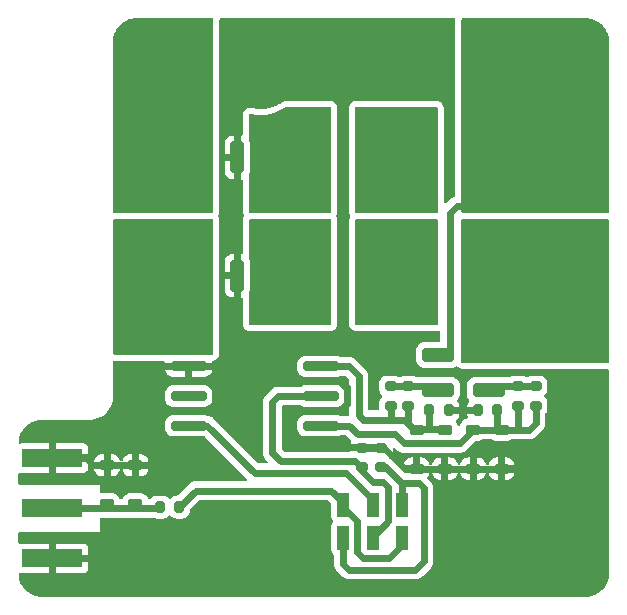
<source format=gbr>
%TF.GenerationSoftware,KiCad,Pcbnew,7.0.8-7.0.8~ubuntu22.04.1*%
%TF.CreationDate,2023-10-21T11:59:48+03:00*%
%TF.ProjectId,lisn,6c69736e-2e6b-4696-9361-645f70636258,rev?*%
%TF.SameCoordinates,PXa6e49c0PY6dac2c0*%
%TF.FileFunction,Copper,L1,Top*%
%TF.FilePolarity,Positive*%
%FSLAX46Y46*%
G04 Gerber Fmt 4.6, Leading zero omitted, Abs format (unit mm)*
G04 Created by KiCad (PCBNEW 7.0.8-7.0.8~ubuntu22.04.1) date 2023-10-21 11:59:48*
%MOMM*%
%LPD*%
G01*
G04 APERTURE LIST*
G04 Aperture macros list*
%AMRoundRect*
0 Rectangle with rounded corners*
0 $1 Rounding radius*
0 $2 $3 $4 $5 $6 $7 $8 $9 X,Y pos of 4 corners*
0 Add a 4 corners polygon primitive as box body*
4,1,4,$2,$3,$4,$5,$6,$7,$8,$9,$2,$3,0*
0 Add four circle primitives for the rounded corners*
1,1,$1+$1,$2,$3*
1,1,$1+$1,$4,$5*
1,1,$1+$1,$6,$7*
1,1,$1+$1,$8,$9*
0 Add four rect primitives between the rounded corners*
20,1,$1+$1,$2,$3,$4,$5,0*
20,1,$1+$1,$4,$5,$6,$7,0*
20,1,$1+$1,$6,$7,$8,$9,0*
20,1,$1+$1,$8,$9,$2,$3,0*%
G04 Aperture macros list end*
%TA.AperFunction,SMDPad,CuDef*%
%ADD10RoundRect,0.200000X-0.200000X-0.275000X0.200000X-0.275000X0.200000X0.275000X-0.200000X0.275000X0*%
%TD*%
%TA.AperFunction,SMDPad,CuDef*%
%ADD11RoundRect,0.200000X0.200000X0.275000X-0.200000X0.275000X-0.200000X-0.275000X0.200000X-0.275000X0*%
%TD*%
%TA.AperFunction,SMDPad,CuDef*%
%ADD12RoundRect,0.200000X0.275000X-0.200000X0.275000X0.200000X-0.275000X0.200000X-0.275000X-0.200000X0*%
%TD*%
%TA.AperFunction,SMDPad,CuDef*%
%ADD13RoundRect,0.200000X-1.300000X-0.200000X1.300000X-0.200000X1.300000X0.200000X-1.300000X0.200000X0*%
%TD*%
%TA.AperFunction,SMDPad,CuDef*%
%ADD14RoundRect,0.250000X-3.750000X-2.250000X3.750000X-2.250000X3.750000X2.250000X-3.750000X2.250000X0*%
%TD*%
%TA.AperFunction,SMDPad,CuDef*%
%ADD15R,1.000000X2.000000*%
%TD*%
%TA.AperFunction,SMDPad,CuDef*%
%ADD16RoundRect,0.200000X-0.275000X0.200000X-0.275000X-0.200000X0.275000X-0.200000X0.275000X0.200000X0*%
%TD*%
%TA.AperFunction,SMDPad,CuDef*%
%ADD17R,2.600000X8.200000*%
%TD*%
%TA.AperFunction,SMDPad,CuDef*%
%ADD18RoundRect,0.225000X0.375000X-0.225000X0.375000X0.225000X-0.375000X0.225000X-0.375000X-0.225000X0*%
%TD*%
%TA.AperFunction,SMDPad,CuDef*%
%ADD19RoundRect,0.225000X-0.375000X0.225000X-0.375000X-0.225000X0.375000X-0.225000X0.375000X0.225000X0*%
%TD*%
%TA.AperFunction,ComponentPad*%
%ADD20C,6.400000*%
%TD*%
%TA.AperFunction,ComponentPad*%
%ADD21C,7.400000*%
%TD*%
%TA.AperFunction,SMDPad,CuDef*%
%ADD22R,5.080000X1.500000*%
%TD*%
%TA.AperFunction,SMDPad,CuDef*%
%ADD23RoundRect,0.250000X-1.000000X-0.500000X1.000000X-0.500000X1.000000X0.500000X-1.000000X0.500000X0*%
%TD*%
%TA.AperFunction,SMDPad,CuDef*%
%ADD24RoundRect,0.250000X-1.100000X0.325000X-1.100000X-0.325000X1.100000X-0.325000X1.100000X0.325000X0*%
%TD*%
%TA.AperFunction,SMDPad,CuDef*%
%ADD25RoundRect,0.250000X0.325000X1.100000X-0.325000X1.100000X-0.325000X-1.100000X0.325000X-1.100000X0*%
%TD*%
%TA.AperFunction,SMDPad,CuDef*%
%ADD26RoundRect,0.250000X1.100000X-0.325000X1.100000X0.325000X-1.100000X0.325000X-1.100000X-0.325000X0*%
%TD*%
%TA.AperFunction,Conductor*%
%ADD27C,0.600000*%
%TD*%
G04 APERTURE END LIST*
D10*
%TO.P,R9,1*%
%TO.N,Net-(D1-K)*%
X-15225000Y15800000D03*
%TO.P,R9,2*%
%TO.N,GND*%
X-13575000Y15800000D03*
%TD*%
D11*
%TO.P,R8,1*%
%TO.N,Net-(D3-K)*%
X-9475000Y15800000D03*
%TO.P,R8,2*%
%TO.N,GND*%
X-11125000Y15800000D03*
%TD*%
D12*
%TO.P,R5,1*%
%TO.N,/COMMON_MODE*%
X-20900000Y10975000D03*
%TO.P,R5,2*%
%TO.N,GND*%
X-20900000Y12625000D03*
%TD*%
D13*
%TO.P,T1,1,AA*%
%TO.N,GND*%
X-35600000Y19500000D03*
%TO.P,T1,2,AB*%
%TO.N,/DIFF_MODE*%
X-35600000Y14500000D03*
%TO.P,T1,3,SA*%
%TO.N,Net-(D3-K)*%
X-24400000Y14500000D03*
%TO.P,T1,4,SC*%
%TO.N,/COMMON_MODE*%
X-24400000Y17000000D03*
%TO.P,T1,5,SB*%
%TO.N,Net-(D1-K)*%
X-24400000Y19500000D03*
%TO.P,T1,NC*%
%TO.N,N/C*%
X-35600000Y17000000D03*
%TD*%
D14*
%TO.P,J2,1,Pin_1*%
%TO.N,/IN_M*%
X-37575000Y42500000D03*
%TD*%
%TO.P,J1,1,Pin_1*%
%TO.N,/IN_P*%
X-37575000Y23500000D03*
%TD*%
D15*
%TO.P,SW1,1,A*%
%TO.N,/OUTPUT*%
X-17500000Y5000000D03*
%TO.P,SW1,2,B*%
%TO.N,/COMMON_MODE*%
X-20000000Y5000000D03*
%TO.P,SW1,3,C*%
%TO.N,Net-(SW1A-C)*%
X-22500000Y5000000D03*
%TO.P,SW1,4,A*%
X-17500000Y7800000D03*
%TO.P,SW1,5,B*%
%TO.N,/DIFF_MODE*%
X-20000000Y7800000D03*
%TO.P,SW1,6,C*%
%TO.N,/OUTPUT*%
X-22500000Y7800000D03*
%TD*%
D11*
%TO.P,R7,1*%
%TO.N,/OUTPUT*%
X-36375000Y7600000D03*
%TO.P,R7,2*%
%TO.N,Net-(D5-A)*%
X-38025000Y7600000D03*
%TD*%
D16*
%TO.P,R4,1*%
%TO.N,Net-(C5-Pad2)*%
X-6200000Y17825000D03*
%TO.P,R4,2*%
%TO.N,Net-(D3-K)*%
X-6200000Y16175000D03*
%TD*%
%TO.P,R3,1*%
%TO.N,Net-(C5-Pad2)*%
X-7700000Y17825000D03*
%TO.P,R3,2*%
%TO.N,Net-(D3-K)*%
X-7700000Y16175000D03*
%TD*%
%TO.P,R2,1*%
%TO.N,Net-(C4-Pad2)*%
X-17000000Y17825000D03*
%TO.P,R2,2*%
%TO.N,Net-(D1-K)*%
X-17000000Y16175000D03*
%TD*%
%TO.P,R1,1*%
%TO.N,Net-(C4-Pad2)*%
X-18500000Y17825000D03*
%TO.P,R1,2*%
%TO.N,Net-(D1-K)*%
X-18500000Y16175000D03*
%TD*%
D17*
%TO.P,L4,1,1*%
%TO.N,Net-(L2-Pad2)*%
X-16300000Y36900000D03*
%TO.P,L4,2,2*%
%TO.N,/OUT_M*%
X-10700000Y36900000D03*
%TD*%
%TO.P,L3,1,1*%
%TO.N,Net-(L1-Pad2)*%
X-16300000Y27400000D03*
%TO.P,L3,2,2*%
%TO.N,/OUT_P*%
X-10700000Y27400000D03*
%TD*%
D18*
%TO.P,D6,1,K*%
%TO.N,Net-(D5-A)*%
X-42500000Y7850000D03*
%TO.P,D6,2,A*%
%TO.N,GND*%
X-42500000Y11150000D03*
%TD*%
D19*
%TO.P,D5,1,K*%
%TO.N,GND*%
X-40100000Y11150000D03*
%TO.P,D5,2,A*%
%TO.N,Net-(D5-A)*%
X-40100000Y7850000D03*
%TD*%
D18*
%TO.P,D4,1,K*%
%TO.N,GND*%
X-9100000Y10850000D03*
%TO.P,D4,2,A*%
%TO.N,Net-(D3-K)*%
X-9100000Y14150000D03*
%TD*%
D19*
%TO.P,D3,2,A*%
%TO.N,GND*%
X-11500000Y10850000D03*
%TO.P,D3,1,K*%
%TO.N,Net-(D3-K)*%
X-11500000Y14150000D03*
%TD*%
D18*
%TO.P,D2,1,K*%
%TO.N,GND*%
X-13900000Y10850000D03*
%TO.P,D2,2,A*%
%TO.N,Net-(D1-K)*%
X-13900000Y14150000D03*
%TD*%
D19*
%TO.P,D1,1,K*%
%TO.N,Net-(D1-K)*%
X-16300000Y14150000D03*
%TO.P,D1,2,A*%
%TO.N,GND*%
X-16300000Y10850000D03*
%TD*%
D16*
%TO.P,R6,2*%
%TO.N,Net-(SW1A-C)*%
X-19300000Y10975000D03*
%TO.P,R6,1*%
%TO.N,GND*%
X-19300000Y12625000D03*
%TD*%
D17*
%TO.P,L2,1,1*%
%TO.N,/INF_M*%
X-25600000Y36900000D03*
%TO.P,L2,2,2*%
%TO.N,Net-(L2-Pad2)*%
X-20000000Y36900000D03*
%TD*%
%TO.P,L1,1,1*%
%TO.N,/INF_P*%
X-25600000Y27400000D03*
%TO.P,L1,2,2*%
%TO.N,Net-(L1-Pad2)*%
X-20000000Y27400000D03*
%TD*%
D20*
%TO.P,J4,1,Pin_1*%
%TO.N,GND*%
X-29500000Y4500000D03*
%TD*%
%TO.P,J3,1,Pin_1*%
%TO.N,GND*%
X-29500000Y44500000D03*
%TD*%
D21*
%TO.P,J6,1,Pin_1*%
%TO.N,/OUT_M*%
X-4500000Y42500000D03*
%TD*%
%TO.P,J5,1,Pin_1*%
%TO.N,/OUT_P*%
X-4500000Y23500000D03*
%TD*%
D22*
%TO.P,J7,2,Ext*%
%TO.N,GND*%
X-47137500Y3250000D03*
X-47137500Y11750000D03*
%TO.P,J7,1,In*%
%TO.N,Net-(D5-A)*%
X-47137500Y7500000D03*
%TD*%
D23*
%TO.P,FL1,1,1*%
%TO.N,/IN_M*%
X-35550000Y33700000D03*
%TO.P,FL1,2,2*%
%TO.N,/IN_P*%
X-35550000Y30700000D03*
%TO.P,FL1,3,3*%
%TO.N,/INF_P*%
X-29050000Y30700000D03*
%TO.P,FL1,4,4*%
%TO.N,/INF_M*%
X-29050000Y33700000D03*
%TD*%
D24*
%TO.P,C5,1*%
%TO.N,/OUT_P*%
X-10200000Y20475000D03*
%TO.P,C5,2*%
%TO.N,Net-(C5-Pad2)*%
X-10200000Y17525000D03*
%TD*%
%TO.P,C4,2*%
%TO.N,Net-(C4-Pad2)*%
X-14500000Y17525000D03*
%TO.P,C4,1*%
%TO.N,/OUT_M*%
X-14500000Y20475000D03*
%TD*%
D25*
%TO.P,C3,1*%
%TO.N,/INF_P*%
X-28525000Y27200000D03*
%TO.P,C3,2*%
%TO.N,GND*%
X-31475000Y27200000D03*
%TD*%
%TO.P,C2,2*%
%TO.N,GND*%
X-31475000Y37200000D03*
%TO.P,C2,1*%
%TO.N,/INF_M*%
X-28525000Y37200000D03*
%TD*%
D26*
%TO.P,C1,1*%
%TO.N,/IN_P*%
X-39300000Y30725000D03*
%TO.P,C1,2*%
%TO.N,/IN_M*%
X-39300000Y33675000D03*
%TD*%
D27*
%TO.N,GND*%
X-16300000Y10850000D02*
X-17250000Y10850000D01*
X-17250000Y10850000D02*
X-19025000Y12625000D01*
X-19025000Y12625000D02*
X-21000000Y12625000D01*
X-12400000Y19000000D02*
X-4000000Y19000000D01*
X-4000000Y19000000D02*
X-3600000Y18600000D01*
X-3600000Y18600000D02*
X-3600000Y14900000D01*
X-3600000Y14900000D02*
X-7650000Y10850000D01*
X-7650000Y10850000D02*
X-16300000Y10850000D01*
%TO.N,Net-(D3-K)*%
X-9350000Y14150000D02*
X-9100000Y14150000D01*
X-9475000Y15800000D02*
X-9475000Y14275000D01*
X-9475000Y14275000D02*
X-9350000Y14150000D01*
X-11500000Y14150000D02*
X-9100000Y14150000D01*
X-9100000Y14150000D02*
X-7700000Y14150000D01*
%TO.N,Net-(D1-K)*%
X-13900000Y14150000D02*
X-13950000Y14200000D01*
X-13950000Y14200000D02*
X-15200000Y14200000D01*
%TO.N,GND*%
X-21000000Y12625000D02*
X-21075000Y12700000D01*
X-21075000Y12700000D02*
X-26600000Y12700000D01*
X-27300000Y15236396D02*
X-26736396Y15800000D01*
X-26600000Y12700000D02*
X-27300000Y13400000D01*
X-27300000Y13400000D02*
X-27300000Y15236396D01*
X-30200000Y18300000D02*
X-31475000Y19575000D01*
X-26736396Y15800000D02*
X-22700000Y15800000D01*
X-22700000Y15800000D02*
X-22200000Y16300000D01*
X-22200000Y16300000D02*
X-22200000Y17800000D01*
X-22200000Y17800000D02*
X-22700000Y18300000D01*
X-22700000Y18300000D02*
X-30200000Y18300000D01*
X-31475000Y19575000D02*
X-31475000Y20825000D01*
%TO.N,Net-(D5-A)*%
X-38125000Y7500000D02*
X-38025000Y7600000D01*
%TO.N,/OUTPUT*%
X-22500000Y7800000D02*
X-22500000Y8000000D01*
X-22500000Y8000000D02*
X-23500000Y9000000D01*
X-23500000Y9000000D02*
X-34975000Y9000000D01*
X-34975000Y9000000D02*
X-36375000Y7600000D01*
%TO.N,Net-(D5-A)*%
X-39750000Y7500000D02*
X-38125000Y7500000D01*
%TO.N,Net-(D1-K)*%
X-15200000Y14200000D02*
X-16550000Y14200000D01*
X-15225000Y15800000D02*
X-15225000Y14225000D01*
X-15225000Y14225000D02*
X-15200000Y14200000D01*
%TO.N,Net-(D3-K)*%
X-7700000Y14150000D02*
X-6750000Y14150000D01*
X-7700000Y16175000D02*
X-7700000Y14150000D01*
X-6750000Y14150000D02*
X-6200000Y14700000D01*
X-6200000Y14700000D02*
X-6200000Y16175000D01*
%TO.N,Net-(D1-K)*%
X-16550000Y14200000D02*
X-17000000Y14650000D01*
%TO.N,GND*%
X-12800000Y15800000D02*
X-13575000Y15800000D01*
X-12400000Y15800000D02*
X-12800000Y15800000D01*
X-12800000Y15800000D02*
X-11125000Y15800000D01*
X-12400000Y19000000D02*
X-12400000Y15800000D01*
X-16500000Y19000000D02*
X-12400000Y19000000D01*
%TO.N,Net-(C5-Pad2)*%
X-6200000Y17825000D02*
X-9900000Y17825000D01*
X-9900000Y17825000D02*
X-10200000Y17525000D01*
%TO.N,Net-(D3-K)*%
X-24200000Y14500000D02*
X-22000000Y14500000D01*
X-12650000Y13000000D02*
X-11500000Y14150000D01*
X-22000000Y14500000D02*
X-21250000Y13750000D01*
X-21250000Y13750000D02*
X-18129074Y13750000D01*
X-18129074Y13750000D02*
X-17379074Y13000000D01*
X-17379074Y13000000D02*
X-12650000Y13000000D01*
%TO.N,Net-(SW1A-C)*%
X-19300000Y10975000D02*
X-18889214Y10975000D01*
X-17500000Y9585786D02*
X-17500000Y7800000D01*
X-18889214Y10975000D02*
X-17500000Y9585786D01*
X-22500000Y5000000D02*
X-22500000Y2800000D01*
X-22000000Y2300000D02*
X-16400000Y2300000D01*
X-22500000Y2800000D02*
X-22000000Y2300000D01*
X-16400000Y2300000D02*
X-15700000Y3000000D01*
X-15700000Y3000000D02*
X-15700000Y9200000D01*
X-15700000Y9200000D02*
X-16100000Y9600000D01*
X-16100000Y9600000D02*
X-17400000Y9600000D01*
X-17400000Y9600000D02*
X-17500000Y9500000D01*
%TO.N,GND*%
X-31475000Y21500000D02*
X-20000000Y21500000D01*
X-20000000Y21500000D02*
X-19000000Y21500000D01*
%TO.N,Net-(D1-K)*%
X-18500000Y15000000D02*
X-20100000Y15000000D01*
X-20100000Y15000000D02*
X-20800000Y15000000D01*
%TO.N,GND*%
X-19000000Y21500000D02*
X-16500000Y19000000D01*
%TO.N,Net-(D1-K)*%
X-21200000Y18700000D02*
X-22000000Y19500000D01*
X-20800000Y15000000D02*
X-21200000Y15400000D01*
X-21200000Y15400000D02*
X-21200000Y18700000D01*
X-22000000Y19500000D02*
X-24200000Y19500000D01*
%TO.N,/OUT_M*%
X-10200000Y33200000D02*
X-10300000Y33100000D01*
X-10300000Y33100000D02*
X-12900000Y33100000D01*
X-12900000Y33100000D02*
X-13500000Y32500000D01*
X-13500000Y32500000D02*
X-13500000Y20500000D01*
X-13500000Y20500000D02*
X-13525000Y20475000D01*
X-13525000Y20475000D02*
X-14500000Y20475000D01*
%TO.N,Net-(C4-Pad2)*%
X-18500000Y17825000D02*
X-14800000Y17825000D01*
X-14800000Y17825000D02*
X-14500000Y17525000D01*
%TO.N,GND*%
X-40100000Y11150000D02*
X-43650000Y11150000D01*
X-43650000Y11150000D02*
X-44250000Y11750000D01*
X-44250000Y11750000D02*
X-47137500Y11750000D01*
%TO.N,Net-(D1-K)*%
X-17000000Y14650000D02*
X-17350000Y15000000D01*
X-17350000Y15000000D02*
X-18500000Y15000000D01*
X-17000000Y16175000D02*
X-17000000Y14650000D01*
X-18500000Y15000000D02*
X-18500000Y16175000D01*
%TO.N,GND*%
X-31475000Y21500000D02*
X-31475000Y20825000D01*
X-31475000Y27200000D02*
X-31475000Y21500000D01*
%TO.N,Net-(D5-A)*%
X-42150000Y7500000D02*
X-39750000Y7500000D01*
X-47137500Y7500000D02*
X-42150000Y7500000D01*
X-40100000Y7850000D02*
X-39750000Y7500000D01*
X-42500000Y7850000D02*
X-42150000Y7500000D01*
X-40100000Y7850000D02*
X-40200000Y7950000D01*
%TO.N,GND*%
X-31475000Y20825000D02*
X-31475000Y19525000D01*
X-31475000Y19525000D02*
X-31500000Y19500000D01*
X-31500000Y19500000D02*
X-37800000Y19500000D01*
X-37800000Y19500000D02*
X-40100000Y17200000D01*
X-40100000Y17200000D02*
X-40100000Y11150000D01*
%TO.N,/IN_P*%
X-35550000Y30700000D02*
X-35550000Y29450000D01*
X-35550000Y29450000D02*
X-37575000Y27425000D01*
X-37575000Y27425000D02*
X-37575000Y25000000D01*
%TO.N,/DIFF_MODE*%
X-20000000Y7800000D02*
X-20000000Y8227208D01*
X-30000000Y10500000D02*
X-34000000Y14500000D01*
X-20000000Y8227208D02*
X-22272792Y10500000D01*
X-22272792Y10500000D02*
X-30000000Y10500000D01*
X-34000000Y14500000D02*
X-35800000Y14500000D01*
%TO.N,/COMMON_MODE*%
X-24200000Y17000000D02*
X-28000000Y17000000D01*
X-28000000Y17000000D02*
X-28500000Y16500000D01*
X-28500000Y16500000D02*
X-28500000Y12200000D01*
X-21525000Y11500000D02*
X-21000000Y10975000D01*
X-28500000Y12200000D02*
X-27800000Y11500000D01*
X-27800000Y11500000D02*
X-21525000Y11500000D01*
X-20000000Y5000000D02*
X-20000000Y5100000D01*
X-21000000Y10700000D02*
X-21000000Y10975000D01*
X-20000000Y5100000D02*
X-18700000Y6400000D01*
X-18700000Y6400000D02*
X-18700000Y9300000D01*
X-18700000Y9300000D02*
X-19100000Y9700000D01*
X-19100000Y9700000D02*
X-20000000Y9700000D01*
X-20000000Y9700000D02*
X-21000000Y10700000D01*
%TO.N,/OUT_M*%
X-10700000Y35900000D02*
X-10700000Y36900000D01*
%TO.N,GND*%
X-20900000Y12725000D02*
X-21000000Y12625000D01*
%TO.N,/IN_P*%
X-35550000Y30700000D02*
X-39275000Y30700000D01*
X-39275000Y30700000D02*
X-39300000Y30725000D01*
%TO.N,/IN_M*%
X-35550000Y33700000D02*
X-39275000Y33700000D01*
X-39275000Y33700000D02*
X-39300000Y33675000D01*
%TO.N,GND*%
X-31475000Y42525000D02*
X-29500000Y44500000D01*
X-31475000Y27200000D02*
X-31475000Y42525000D01*
%TO.N,/IN_M*%
X-35550000Y33700000D02*
X-35550000Y42950000D01*
X-35550000Y42950000D02*
X-35000000Y43500000D01*
%TO.N,/OUTPUT*%
X-17500000Y5000000D02*
X-17500000Y4400000D01*
X-21300000Y6400000D02*
X-22500000Y7600000D01*
X-17500000Y4400000D02*
X-18600000Y3300000D01*
X-18600000Y3300000D02*
X-20789950Y3300000D01*
X-20789950Y3300000D02*
X-21300000Y3810050D01*
X-21300000Y3810050D02*
X-21300000Y6400000D01*
X-22500000Y7600000D02*
X-22500000Y7800000D01*
%TD*%
%TA.AperFunction,Conductor*%
%TO.N,/OUT_M*%
G36*
X-1997981Y48999367D02*
G01*
X-1962802Y48997062D01*
X-1916292Y48994014D01*
X-1734541Y48981015D01*
X-1726900Y48979985D01*
X-1633262Y48961359D01*
X-1610580Y48956847D01*
X-1584977Y48951278D01*
X-1466334Y48925469D01*
X-1459617Y48923605D01*
X-1340563Y48883191D01*
X-1243329Y48846924D01*
X-1208259Y48833843D01*
X-1202501Y48831357D01*
X-1087048Y48774422D01*
X-965094Y48707830D01*
X-960366Y48704968D01*
X-903429Y48666924D01*
X-853351Y48633463D01*
X-850642Y48631546D01*
X-741348Y48549729D01*
X-737655Y48546735D01*
X-640498Y48461531D01*
X-637552Y48458772D01*
X-541231Y48362451D01*
X-538474Y48359508D01*
X-453271Y48262352D01*
X-450268Y48258647D01*
X-398436Y48189408D01*
X-368457Y48149361D01*
X-366539Y48146651D01*
X-295038Y48039643D01*
X-292172Y48034909D01*
X-225579Y47912953D01*
X-168645Y47797501D01*
X-166159Y47791743D01*
X-129788Y47694232D01*
X-116799Y47659408D01*
X-76403Y47540404D01*
X-74528Y47533648D01*
X-43154Y47389421D01*
X-20020Y47273120D01*
X-18985Y47265440D01*
X-5983Y47083650D01*
X-633Y47002034D01*
X-500Y46997977D01*
X-500Y32624000D01*
X-20185Y32556961D01*
X-72989Y32511206D01*
X-124500Y32500000D01*
X-12376000Y32500000D01*
X-12443039Y32519685D01*
X-12488794Y32572489D01*
X-12500000Y32624000D01*
X-12500000Y48875500D01*
X-12480315Y48942539D01*
X-12427511Y48988294D01*
X-12376000Y48999500D01*
X-2002036Y48999500D01*
X-1997981Y48999367D01*
G37*
%TD.AperFunction*%
%TD*%
%TA.AperFunction,Conductor*%
%TO.N,/OUT_P*%
G36*
X-57461Y31980315D02*
G01*
X-11706Y31927511D01*
X-500Y31876000D01*
X-500Y19924000D01*
X-20185Y19856961D01*
X-72989Y19811206D01*
X-124500Y19800000D01*
X-3901884Y19800000D01*
X-3908830Y19800390D01*
X-3909806Y19800500D01*
X-3955046Y19800500D01*
X-12351565Y19800500D01*
X-12358501Y19800890D01*
X-12378225Y19803112D01*
X-12389887Y19804426D01*
X-12454300Y19831495D01*
X-12493854Y19889090D01*
X-12500000Y19927646D01*
X-12500000Y31876000D01*
X-12480315Y31943039D01*
X-12427511Y31988794D01*
X-12376000Y32000000D01*
X-124500Y32000000D01*
X-57461Y31980315D01*
G37*
%TD.AperFunction*%
%TD*%
%TA.AperFunction,Conductor*%
%TO.N,Net-(L2-Pad2)*%
G36*
X-14556961Y41480315D02*
G01*
X-14511206Y41427511D01*
X-14500000Y41376000D01*
X-14500000Y32624000D01*
X-14519685Y32556961D01*
X-14572489Y32511206D01*
X-14624000Y32500000D01*
X-21376000Y32500000D01*
X-21443039Y32519685D01*
X-21488794Y32572489D01*
X-21500000Y32624000D01*
X-21500000Y41376000D01*
X-21480315Y41443039D01*
X-21427511Y41488794D01*
X-21376000Y41500000D01*
X-14624000Y41500000D01*
X-14556961Y41480315D01*
G37*
%TD.AperFunction*%
%TD*%
%TA.AperFunction,Conductor*%
%TO.N,Net-(L1-Pad2)*%
G36*
X-14556961Y31980315D02*
G01*
X-14511206Y31927511D01*
X-14500000Y31876000D01*
X-14500000Y23124000D01*
X-14519685Y23056961D01*
X-14572489Y23011206D01*
X-14624000Y23000000D01*
X-21376000Y23000000D01*
X-21443039Y23019685D01*
X-21488794Y23072489D01*
X-21500000Y23124000D01*
X-21500000Y31876000D01*
X-21480315Y31943039D01*
X-21427511Y31988794D01*
X-21376000Y32000000D01*
X-14624000Y32000000D01*
X-14556961Y31980315D01*
G37*
%TD.AperFunction*%
%TD*%
%TA.AperFunction,Conductor*%
%TO.N,/INF_M*%
G36*
X-23556961Y41480315D02*
G01*
X-23511206Y41427511D01*
X-23500000Y41376000D01*
X-23500000Y32624000D01*
X-23519685Y32556961D01*
X-23572489Y32511206D01*
X-23624000Y32500000D01*
X-30376000Y32500000D01*
X-30443039Y32519685D01*
X-30488794Y32572489D01*
X-30500000Y32624000D01*
X-30500000Y35689059D01*
X-30481538Y35754156D01*
X-30465186Y35780666D01*
X-30410001Y35947203D01*
X-30399500Y36049991D01*
X-30399501Y38350008D01*
X-30410001Y38452797D01*
X-30465186Y38619334D01*
X-30481539Y38645847D01*
X-30500000Y38710943D01*
X-30500000Y40775311D01*
X-30480315Y40842350D01*
X-30427511Y40888105D01*
X-30358353Y40898049D01*
X-30343923Y40895090D01*
X-30270433Y40875398D01*
X-29887338Y40814722D01*
X-29521424Y40795545D01*
X-29500001Y40794422D01*
X-29500000Y40794422D01*
X-29499999Y40794422D01*
X-29479699Y40795486D01*
X-29112662Y40814722D01*
X-28729567Y40875398D01*
X-28354913Y40975786D01*
X-27992806Y41114786D01*
X-27647211Y41290875D01*
X-27355992Y41479996D01*
X-27289047Y41499999D01*
X-27288457Y41500000D01*
X-23624000Y41500000D01*
X-23556961Y41480315D01*
G37*
%TD.AperFunction*%
%TD*%
%TA.AperFunction,Conductor*%
%TO.N,/INF_P*%
G36*
X-23556961Y31980315D02*
G01*
X-23511206Y31927511D01*
X-23500000Y31876000D01*
X-23500000Y23124000D01*
X-23519685Y23056961D01*
X-23572489Y23011206D01*
X-23624000Y23000000D01*
X-30376000Y23000000D01*
X-30443039Y23019685D01*
X-30488794Y23072489D01*
X-30500000Y23124000D01*
X-30500000Y25689059D01*
X-30481538Y25754156D01*
X-30465186Y25780666D01*
X-30410001Y25947203D01*
X-30399500Y26049991D01*
X-30399501Y28350008D01*
X-30410001Y28452797D01*
X-30465186Y28619334D01*
X-30481539Y28645847D01*
X-30500000Y28710943D01*
X-30500000Y31876000D01*
X-30480315Y31943039D01*
X-30427511Y31988794D01*
X-30376000Y32000000D01*
X-23624000Y32000000D01*
X-23556961Y31980315D01*
G37*
%TD.AperFunction*%
%TD*%
%TA.AperFunction,Conductor*%
%TO.N,/IN_M*%
G36*
X-33556961Y48979815D02*
G01*
X-33511206Y48927011D01*
X-33500000Y48875500D01*
X-33500000Y32624000D01*
X-33519685Y32556961D01*
X-33572489Y32511206D01*
X-33624000Y32500000D01*
X-41875500Y32500000D01*
X-41942539Y32519685D01*
X-41988294Y32572489D01*
X-41999500Y32624000D01*
X-41999500Y46997965D01*
X-41999367Y47002020D01*
X-41997607Y47028897D01*
X-41994011Y47083756D01*
X-41981014Y47265464D01*
X-41979986Y47273097D01*
X-41956847Y47389421D01*
X-41955882Y47393859D01*
X-41925467Y47533677D01*
X-41923608Y47540375D01*
X-41883185Y47659457D01*
X-41833841Y47791749D01*
X-41831367Y47797480D01*
X-41774417Y47912964D01*
X-41707821Y48034924D01*
X-41704981Y48039616D01*
X-41633437Y48146689D01*
X-41631572Y48149324D01*
X-41549709Y48258679D01*
X-41546756Y48262322D01*
X-41461497Y48359541D01*
X-41458802Y48362419D01*
X-41362419Y48458802D01*
X-41359541Y48461497D01*
X-41262322Y48546756D01*
X-41258679Y48549709D01*
X-41149324Y48631572D01*
X-41146689Y48633437D01*
X-41039616Y48704981D01*
X-41034924Y48707821D01*
X-40912964Y48774417D01*
X-40797480Y48831367D01*
X-40791749Y48833841D01*
X-40659457Y48883185D01*
X-40540375Y48923608D01*
X-40533677Y48925467D01*
X-40389421Y48956847D01*
X-40383272Y48958071D01*
X-40273097Y48979986D01*
X-40265464Y48981014D01*
X-40083756Y48994011D01*
X-40030789Y48997483D01*
X-40002019Y48999367D01*
X-39997964Y48999500D01*
X-33624000Y48999500D01*
X-33556961Y48979815D01*
G37*
%TD.AperFunction*%
%TD*%
%TA.AperFunction,Conductor*%
%TO.N,/IN_P*%
G36*
X-33556961Y31980315D02*
G01*
X-33511206Y31927511D01*
X-33500000Y31876000D01*
X-33500000Y20624000D01*
X-33519685Y20556961D01*
X-33572489Y20511206D01*
X-33624000Y20500000D01*
X-41875500Y20500000D01*
X-41942539Y20519685D01*
X-41988294Y20572489D01*
X-41999500Y20624000D01*
X-41999500Y31876000D01*
X-41979815Y31943039D01*
X-41927011Y31988794D01*
X-41875500Y32000000D01*
X-33624000Y32000000D01*
X-33556961Y31980315D01*
G37*
%TD.AperFunction*%
%TD*%
%TA.AperFunction,Conductor*%
%TO.N,GND*%
G36*
X-13062461Y48979815D02*
G01*
X-13016706Y48927011D01*
X-13005500Y48875500D01*
X-13005500Y33999159D01*
X-13025185Y33932120D01*
X-13077989Y33886365D01*
X-13088549Y33882116D01*
X-13118660Y33871581D01*
X-13125341Y33869656D01*
X-13166061Y33860361D01*
X-13203680Y33842245D01*
X-13210105Y33839584D01*
X-13249517Y33825792D01*
X-13249524Y33825788D01*
X-13284880Y33803573D01*
X-13290967Y33800209D01*
X-13328590Y33782090D01*
X-13361231Y33756059D01*
X-13366904Y33752034D01*
X-13402261Y33729817D01*
X-13402265Y33729814D01*
X-13782819Y33349259D01*
X-13844142Y33315774D01*
X-13913834Y33320758D01*
X-13969767Y33362630D01*
X-13994184Y33428094D01*
X-13994500Y33436940D01*
X-13994500Y41375990D01*
X-13994500Y41376000D01*
X-14006053Y41483456D01*
X-14017259Y41534967D01*
X-14017363Y41535278D01*
X-14051384Y41637498D01*
X-14051387Y41637504D01*
X-14129172Y41758538D01*
X-14129175Y41758543D01*
X-14129180Y41758549D01*
X-14174924Y41811341D01*
X-14174928Y41811344D01*
X-14174930Y41811347D01*
X-14283664Y41905567D01*
X-14283667Y41905569D01*
X-14283669Y41905570D01*
X-14414535Y41965336D01*
X-14414540Y41965338D01*
X-14414541Y41965338D01*
X-14437142Y41971975D01*
X-14481575Y41985022D01*
X-14481581Y41985024D01*
X-14567034Y41997310D01*
X-14624000Y42005500D01*
X-21376000Y42005500D01*
X-21376009Y42005500D01*
X-21376010Y42005499D01*
X-21483451Y41993948D01*
X-21483463Y41993946D01*
X-21534973Y41982740D01*
X-21637498Y41948617D01*
X-21637504Y41948614D01*
X-21758538Y41870829D01*
X-21758549Y41870821D01*
X-21811341Y41825077D01*
X-21905567Y41716336D01*
X-21905570Y41716332D01*
X-21965336Y41585466D01*
X-21985022Y41518425D01*
X-21985024Y41518420D01*
X-21993945Y41456367D01*
X-22005500Y41376000D01*
X-22005500Y32624000D01*
X-22005499Y32623991D01*
X-21993948Y32516550D01*
X-21993946Y32516538D01*
X-21982740Y32465028D01*
X-21948617Y32362503D01*
X-21948614Y32362497D01*
X-21921036Y32319586D01*
X-21901351Y32252547D01*
X-21912557Y32201034D01*
X-21965336Y32085466D01*
X-21985022Y32018425D01*
X-21985024Y32018420D01*
X-22001405Y31904484D01*
X-22005500Y31876000D01*
X-22005500Y23124000D01*
X-22005499Y23123991D01*
X-21993948Y23016550D01*
X-21993946Y23016538D01*
X-21982740Y22965028D01*
X-21948617Y22862503D01*
X-21948614Y22862497D01*
X-21870829Y22741463D01*
X-21870821Y22741452D01*
X-21825077Y22688660D01*
X-21825074Y22688657D01*
X-21825070Y22688653D01*
X-21716336Y22594433D01*
X-21716333Y22594432D01*
X-21716332Y22594431D01*
X-21622075Y22551384D01*
X-21585459Y22534662D01*
X-21540643Y22521503D01*
X-21518425Y22514978D01*
X-21518420Y22514977D01*
X-21518416Y22514976D01*
X-21376000Y22494500D01*
X-21375997Y22494500D01*
X-14624010Y22494500D01*
X-14624000Y22494500D01*
X-14516544Y22506053D01*
X-14465033Y22517259D01*
X-14465024Y22517263D01*
X-14463665Y22517714D01*
X-14463329Y22517727D01*
X-14461827Y22518138D01*
X-14461730Y22517784D01*
X-14393840Y22520212D01*
X-14333750Y22484563D01*
X-14302471Y22422085D01*
X-14300500Y22400062D01*
X-14300500Y21674500D01*
X-14320185Y21607461D01*
X-14372989Y21561706D01*
X-14424500Y21550500D01*
X-15650002Y21550500D01*
X-15650019Y21550499D01*
X-15752797Y21540000D01*
X-15752800Y21539999D01*
X-15919332Y21484815D01*
X-15919337Y21484813D01*
X-16068658Y21392711D01*
X-16192711Y21268658D01*
X-16284813Y21119337D01*
X-16284814Y21119334D01*
X-16339999Y20952797D01*
X-16339999Y20952796D01*
X-16340000Y20952796D01*
X-16350500Y20850017D01*
X-16350500Y20099999D01*
X-16350499Y20099981D01*
X-16340000Y19997204D01*
X-16339999Y19997201D01*
X-16315742Y19924000D01*
X-16284814Y19830666D01*
X-16192712Y19681344D01*
X-16068656Y19557288D01*
X-15919334Y19465186D01*
X-15752797Y19410001D01*
X-15650009Y19399500D01*
X-13349992Y19399501D01*
X-13247203Y19410001D01*
X-13080666Y19465186D01*
X-12986902Y19523020D01*
X-12919513Y19541459D01*
X-12852849Y19520537D01*
X-12830626Y19501514D01*
X-12773502Y19439525D01*
X-12773500Y19439524D01*
X-12773499Y19439523D01*
X-12650150Y19365477D01*
X-12650144Y19365474D01*
X-12650142Y19365473D01*
X-12585729Y19338404D01*
X-12585708Y19338395D01*
X-12446479Y19302104D01*
X-12446474Y19302104D01*
X-12446472Y19302103D01*
X-12408059Y19297775D01*
X-12393948Y19296585D01*
X-12372856Y19295399D01*
X-12358664Y19295000D01*
X-4513050Y19295000D01*
X-4510009Y19294925D01*
X-4500000Y19294434D01*
X-4489991Y19294925D01*
X-4486950Y19295000D01*
X-3926687Y19295000D01*
X-3923232Y19294903D01*
X-3923144Y19294898D01*
X-3908973Y19294500D01*
X-3908972Y19294500D01*
X-124500Y19294500D01*
X-57461Y19274815D01*
X-11706Y19222011D01*
X-500Y19170500D01*
X-500Y2002025D01*
X-633Y1997968D01*
X-5983Y1916352D01*
X-18985Y1734562D01*
X-20020Y1726882D01*
X-43154Y1610580D01*
X-74528Y1466354D01*
X-76403Y1459599D01*
X-110703Y1358552D01*
X-116792Y1340612D01*
X-116805Y1340575D01*
X-166159Y1208259D01*
X-168645Y1202501D01*
X-225579Y1087048D01*
X-292172Y965093D01*
X-295039Y960359D01*
X-366539Y853351D01*
X-368457Y850641D01*
X-450256Y741369D01*
X-453277Y737643D01*
X-538471Y640498D01*
X-541245Y637536D01*
X-637536Y541245D01*
X-640498Y538471D01*
X-737643Y453277D01*
X-741369Y450256D01*
X-850641Y368457D01*
X-853351Y366539D01*
X-960359Y295039D01*
X-965093Y292172D01*
X-1087048Y225579D01*
X-1202501Y168645D01*
X-1208259Y166159D01*
X-1329044Y121107D01*
X-1340582Y116803D01*
X-1459599Y76403D01*
X-1466354Y74528D01*
X-1610580Y43154D01*
X-1726882Y20020D01*
X-1734562Y18985D01*
X-1916352Y5983D01*
X-1967418Y2636D01*
X-1997975Y633D01*
X-2002024Y500D01*
X-47997976Y500D01*
X-48002026Y633D01*
X-48040046Y3125D01*
X-48083650Y5983D01*
X-48265440Y18985D01*
X-48273120Y20020D01*
X-48389421Y43154D01*
X-48533648Y74528D01*
X-48540404Y76403D01*
X-48572119Y87169D01*
X-48659422Y116804D01*
X-48694232Y129788D01*
X-48791743Y166159D01*
X-48797501Y168645D01*
X-48912953Y225579D01*
X-49034909Y292172D01*
X-49039643Y295038D01*
X-49146651Y366539D01*
X-49149361Y368457D01*
X-49189408Y398436D01*
X-49258647Y450268D01*
X-49262352Y453271D01*
X-49359508Y538474D01*
X-49362451Y541231D01*
X-49458772Y637552D01*
X-49461531Y640498D01*
X-49494550Y678149D01*
X-49546735Y737655D01*
X-49549729Y741348D01*
X-49631546Y850642D01*
X-49633463Y853351D01*
X-49704964Y960359D01*
X-49707830Y965094D01*
X-49774422Y1087048D01*
X-49831357Y1202501D01*
X-49833843Y1208259D01*
X-49846924Y1243329D01*
X-49883195Y1340575D01*
X-49923605Y1459617D01*
X-49925469Y1466334D01*
X-49956847Y1610580D01*
X-49968703Y1670183D01*
X-49979985Y1726900D01*
X-49981015Y1734541D01*
X-49992603Y1896563D01*
X-49977751Y1964831D01*
X-49928346Y2014236D01*
X-49860073Y2029088D01*
X-49825585Y2021586D01*
X-49784877Y2006403D01*
X-49784873Y2006402D01*
X-49725345Y2000001D01*
X-49725328Y2000000D01*
X-47437500Y2000000D01*
X-47437500Y2950000D01*
X-46837500Y2950000D01*
X-46837500Y2000000D01*
X-44549672Y2000000D01*
X-44549656Y2000001D01*
X-44490128Y2006402D01*
X-44490121Y2006404D01*
X-44355414Y2056646D01*
X-44355407Y2056650D01*
X-44240313Y2142810D01*
X-44240310Y2142813D01*
X-44154150Y2257907D01*
X-44154146Y2257914D01*
X-44103904Y2392621D01*
X-44103902Y2392628D01*
X-44097501Y2452156D01*
X-44097500Y2452173D01*
X-44097500Y2950000D01*
X-46837500Y2950000D01*
X-47437500Y2950000D01*
X-47437500Y4500000D01*
X-46837500Y4500000D01*
X-46837500Y3550000D01*
X-44097500Y3550000D01*
X-44097500Y4047828D01*
X-44097501Y4047845D01*
X-44103902Y4107373D01*
X-44103904Y4107380D01*
X-44154146Y4242087D01*
X-44154150Y4242094D01*
X-44240310Y4357188D01*
X-44240313Y4357191D01*
X-44355407Y4443351D01*
X-44355414Y4443355D01*
X-44490121Y4493597D01*
X-44490128Y4493599D01*
X-44549656Y4500000D01*
X-46837500Y4500000D01*
X-47437500Y4500000D01*
X-49725345Y4500000D01*
X-49784873Y4493599D01*
X-49784881Y4493597D01*
X-49832167Y4475960D01*
X-49901859Y4470976D01*
X-49963182Y4504461D01*
X-49996666Y4565785D01*
X-49999500Y4592142D01*
X-49999500Y5376000D01*
X-49979815Y5443039D01*
X-49927011Y5488794D01*
X-49875500Y5500000D01*
X-43100000Y5500000D01*
X-43100000Y6575500D01*
X-43080315Y6642539D01*
X-43027511Y6688294D01*
X-42976000Y6699500D01*
X-42240194Y6699500D01*
X-42194954Y6699500D01*
X-39840194Y6699500D01*
X-39794954Y6699500D01*
X-38578913Y6699500D01*
X-38521893Y6683606D01*
X-38521445Y6684600D01*
X-38514911Y6681660D01*
X-38514767Y6681619D01*
X-38514610Y6681524D01*
X-38514609Y6681524D01*
X-38514606Y6681522D01*
X-38352196Y6630914D01*
X-38281616Y6624500D01*
X-38281613Y6624500D01*
X-37768387Y6624500D01*
X-37768384Y6624500D01*
X-37697804Y6630914D01*
X-37535394Y6681522D01*
X-37389815Y6769528D01*
X-37389811Y6769532D01*
X-37287681Y6871661D01*
X-37226358Y6905146D01*
X-37156666Y6900162D01*
X-37112319Y6871661D01*
X-37010189Y6769531D01*
X-37010187Y6769530D01*
X-37010185Y6769528D01*
X-36864606Y6681522D01*
X-36702196Y6630914D01*
X-36631616Y6624500D01*
X-36631613Y6624500D01*
X-36118387Y6624500D01*
X-36118384Y6624500D01*
X-36047804Y6630914D01*
X-35885394Y6681522D01*
X-35739815Y6769528D01*
X-35619528Y6889815D01*
X-35531522Y7035394D01*
X-35480914Y7197804D01*
X-35474500Y7268384D01*
X-35474500Y7317060D01*
X-35454815Y7384099D01*
X-35438181Y7404741D01*
X-34679741Y8163181D01*
X-34618418Y8196666D01*
X-34592060Y8199500D01*
X-23882940Y8199500D01*
X-23815901Y8179815D01*
X-23795259Y8163181D01*
X-23536819Y7904741D01*
X-23503334Y7843418D01*
X-23500500Y7817060D01*
X-23500500Y6752130D01*
X-23500499Y6752124D01*
X-23494092Y6692517D01*
X-23443798Y6557672D01*
X-23443797Y6557670D01*
X-23381394Y6474311D01*
X-23356977Y6408847D01*
X-23371828Y6340574D01*
X-23381394Y6325689D01*
X-23443797Y6242331D01*
X-23443798Y6242329D01*
X-23494092Y6107483D01*
X-23500499Y6047884D01*
X-23500500Y6047865D01*
X-23500500Y3952130D01*
X-23500499Y3952124D01*
X-23494092Y3892517D01*
X-23443798Y3757672D01*
X-23443797Y3757671D01*
X-23443796Y3757669D01*
X-23357546Y3642454D01*
X-23350192Y3636949D01*
X-23308319Y3581017D01*
X-23300500Y3537680D01*
X-23300500Y2709809D01*
X-23300499Y2709800D01*
X-23291209Y2669092D01*
X-23290045Y2662237D01*
X-23285368Y2620741D01*
X-23271580Y2581338D01*
X-23269655Y2574655D01*
X-23260361Y2533939D01*
X-23242241Y2496312D01*
X-23239579Y2489886D01*
X-23225788Y2450475D01*
X-23203578Y2415128D01*
X-23200213Y2409041D01*
X-23182090Y2371411D01*
X-23156060Y2338771D01*
X-23152034Y2333096D01*
X-23129818Y2297741D01*
X-23129816Y2297738D01*
X-22502261Y1670183D01*
X-22502258Y1670181D01*
X-22466911Y1647971D01*
X-22461237Y1643945D01*
X-22429043Y1618272D01*
X-22428586Y1617908D01*
X-22413369Y1610580D01*
X-22390967Y1599791D01*
X-22384878Y1596426D01*
X-22349529Y1574215D01*
X-22349526Y1574214D01*
X-22349522Y1574211D01*
X-22310101Y1560417D01*
X-22303693Y1557762D01*
X-22266061Y1539640D01*
X-22225359Y1530350D01*
X-22218672Y1528424D01*
X-22179258Y1514633D01*
X-22179255Y1514632D01*
X-22137759Y1509957D01*
X-22130907Y1508793D01*
X-22090194Y1499500D01*
X-22090192Y1499500D01*
X-16309806Y1499500D01*
X-16269095Y1508792D01*
X-16262240Y1509957D01*
X-16220745Y1514632D01*
X-16181320Y1528429D01*
X-16174679Y1530342D01*
X-16133939Y1539640D01*
X-16096307Y1557764D01*
X-16089895Y1560420D01*
X-16050478Y1574211D01*
X-16015111Y1596435D01*
X-16009039Y1599791D01*
X-15971413Y1617909D01*
X-15938764Y1643948D01*
X-15933105Y1647963D01*
X-15897738Y1670184D01*
X-15770184Y1797738D01*
X-15102174Y2465748D01*
X-15070184Y2497738D01*
X-15047963Y2533105D01*
X-15043948Y2538764D01*
X-15017909Y2571413D01*
X-14999785Y2609051D01*
X-14996436Y2615109D01*
X-14974211Y2650478D01*
X-14960419Y2689897D01*
X-14957758Y2696319D01*
X-14951262Y2709809D01*
X-14939641Y2733939D01*
X-14930348Y2774658D01*
X-14928426Y2781325D01*
X-14914632Y2820745D01*
X-14909956Y2862253D01*
X-14908796Y2869081D01*
X-14899500Y2909805D01*
X-14899500Y3090194D01*
X-14899500Y9244954D01*
X-14899500Y9290195D01*
X-14908797Y9330924D01*
X-14909956Y9337749D01*
X-14914632Y9379255D01*
X-14928426Y9418676D01*
X-14930348Y9425345D01*
X-14939641Y9466061D01*
X-14957755Y9503674D01*
X-14960417Y9510102D01*
X-14974211Y9549522D01*
X-14996437Y9584894D01*
X-14999787Y9590956D01*
X-15017909Y9628587D01*
X-15043951Y9661243D01*
X-15047962Y9666896D01*
X-15061983Y9689210D01*
X-15070182Y9702260D01*
X-15358628Y9990706D01*
X-15392113Y10052029D01*
X-15387129Y10121721D01*
X-15358620Y10166076D01*
X-15352426Y10172270D01*
X-15263458Y10316508D01*
X-15263453Y10316519D01*
X-15217706Y10454573D01*
X-15177934Y10512018D01*
X-15113418Y10538841D01*
X-15044642Y10526526D01*
X-14993442Y10478983D01*
X-14982294Y10454573D01*
X-14936548Y10316519D01*
X-14936543Y10316508D01*
X-14847576Y10172272D01*
X-14847573Y10172268D01*
X-14727733Y10052428D01*
X-14727729Y10052425D01*
X-14583493Y9963458D01*
X-14583482Y9963453D01*
X-14422607Y9910145D01*
X-14323317Y9900001D01*
X-14200001Y9900001D01*
X-14200000Y9900002D01*
X-14200000Y11800000D01*
X-13600000Y11800000D01*
X-13600000Y9900001D01*
X-13476692Y9900001D01*
X-13476678Y9900002D01*
X-13377393Y9910145D01*
X-13216519Y9963453D01*
X-13216508Y9963458D01*
X-13072272Y10052425D01*
X-13072268Y10052428D01*
X-12952428Y10172268D01*
X-12952425Y10172272D01*
X-12863458Y10316508D01*
X-12863453Y10316519D01*
X-12817706Y10454573D01*
X-12777934Y10512018D01*
X-12713418Y10538841D01*
X-12644642Y10526526D01*
X-12593442Y10478983D01*
X-12582294Y10454573D01*
X-12536548Y10316519D01*
X-12536543Y10316508D01*
X-12447576Y10172272D01*
X-12447573Y10172268D01*
X-12327733Y10052428D01*
X-12327729Y10052425D01*
X-12183493Y9963458D01*
X-12183482Y9963453D01*
X-12022607Y9910145D01*
X-11923317Y9900001D01*
X-11800001Y9900001D01*
X-11800000Y9900002D01*
X-11800000Y11800000D01*
X-11200000Y11800000D01*
X-11200000Y9900001D01*
X-11076692Y9900001D01*
X-11076678Y9900002D01*
X-10977393Y9910145D01*
X-10816519Y9963453D01*
X-10816508Y9963458D01*
X-10672272Y10052425D01*
X-10672268Y10052428D01*
X-10552428Y10172268D01*
X-10552425Y10172272D01*
X-10463458Y10316508D01*
X-10463453Y10316519D01*
X-10417706Y10454573D01*
X-10377934Y10512018D01*
X-10313418Y10538841D01*
X-10244642Y10526526D01*
X-10193442Y10478983D01*
X-10182294Y10454573D01*
X-10136548Y10316519D01*
X-10136543Y10316508D01*
X-10047576Y10172272D01*
X-10047573Y10172268D01*
X-9927733Y10052428D01*
X-9927729Y10052425D01*
X-9783493Y9963458D01*
X-9783482Y9963453D01*
X-9622607Y9910145D01*
X-9523317Y9900001D01*
X-9400001Y9900001D01*
X-9400000Y9900002D01*
X-9400000Y10550000D01*
X-8800000Y10550000D01*
X-8800000Y9900001D01*
X-8676692Y9900001D01*
X-8676678Y9900002D01*
X-8577393Y9910145D01*
X-8416519Y9963453D01*
X-8416508Y9963458D01*
X-8272272Y10052425D01*
X-8272268Y10052428D01*
X-8152428Y10172268D01*
X-8152425Y10172272D01*
X-8063458Y10316508D01*
X-8063452Y10316521D01*
X-8010144Y10477396D01*
X-8002726Y10550000D01*
X-8800000Y10550000D01*
X-9400000Y10550000D01*
X-9400000Y11800000D01*
X-8800000Y11800000D01*
X-8800000Y11150000D01*
X-8002727Y11150000D01*
X-8002727Y11150001D01*
X-8010145Y11222608D01*
X-8063453Y11383482D01*
X-8063458Y11383493D01*
X-8152425Y11527729D01*
X-8152428Y11527733D01*
X-8272268Y11647573D01*
X-8272272Y11647576D01*
X-8416508Y11736543D01*
X-8416519Y11736548D01*
X-8577394Y11789856D01*
X-8676678Y11800000D01*
X-8800000Y11800000D01*
X-9400000Y11800000D01*
X-9523309Y11800000D01*
X-9523324Y11799999D01*
X-9622608Y11789856D01*
X-9783482Y11736548D01*
X-9783493Y11736543D01*
X-9927729Y11647576D01*
X-9927733Y11647573D01*
X-10047573Y11527733D01*
X-10047576Y11527729D01*
X-10136543Y11383493D01*
X-10136548Y11383482D01*
X-10182294Y11245428D01*
X-10222067Y11187983D01*
X-10286583Y11161160D01*
X-10355358Y11173475D01*
X-10406558Y11221018D01*
X-10417706Y11245428D01*
X-10463453Y11383482D01*
X-10463458Y11383493D01*
X-10552425Y11527729D01*
X-10552428Y11527733D01*
X-10672268Y11647573D01*
X-10672272Y11647576D01*
X-10816508Y11736543D01*
X-10816519Y11736548D01*
X-10977394Y11789856D01*
X-11076678Y11800000D01*
X-11200000Y11800000D01*
X-11800000Y11800000D01*
X-11923309Y11800000D01*
X-11923324Y11799999D01*
X-12022608Y11789856D01*
X-12183482Y11736548D01*
X-12183493Y11736543D01*
X-12327729Y11647576D01*
X-12327733Y11647573D01*
X-12447573Y11527733D01*
X-12447576Y11527729D01*
X-12536543Y11383493D01*
X-12536548Y11383482D01*
X-12582294Y11245428D01*
X-12622067Y11187983D01*
X-12686583Y11161160D01*
X-12755358Y11173475D01*
X-12806558Y11221018D01*
X-12817706Y11245428D01*
X-12863453Y11383482D01*
X-12863458Y11383493D01*
X-12952425Y11527729D01*
X-12952428Y11527733D01*
X-13072268Y11647573D01*
X-13072272Y11647576D01*
X-13216508Y11736543D01*
X-13216519Y11736548D01*
X-13377394Y11789856D01*
X-13476678Y11800000D01*
X-13600000Y11800000D01*
X-14200000Y11800000D01*
X-14323309Y11800000D01*
X-14323324Y11799999D01*
X-14422608Y11789856D01*
X-14583482Y11736548D01*
X-14583493Y11736543D01*
X-14727729Y11647576D01*
X-14727733Y11647573D01*
X-14847573Y11527733D01*
X-14847576Y11527729D01*
X-14936543Y11383493D01*
X-14936548Y11383482D01*
X-14982294Y11245428D01*
X-15022067Y11187983D01*
X-15086583Y11161160D01*
X-15155358Y11173475D01*
X-15206558Y11221018D01*
X-15217706Y11245428D01*
X-15263453Y11383482D01*
X-15263458Y11383493D01*
X-15352425Y11527729D01*
X-15352428Y11527733D01*
X-15472268Y11647573D01*
X-15472272Y11647576D01*
X-15616508Y11736543D01*
X-15616519Y11736548D01*
X-15777394Y11789856D01*
X-15876678Y11800000D01*
X-16000000Y11800000D01*
X-16000000Y10674000D01*
X-16019685Y10606961D01*
X-16072489Y10561206D01*
X-16124000Y10550000D01*
X-17280774Y10550000D01*
X-17347813Y10569685D01*
X-17368455Y10586319D01*
X-17932136Y11150000D01*
X-17397274Y11150000D01*
X-16600000Y11150000D01*
X-16600000Y11800000D01*
X-16723309Y11800000D01*
X-16723324Y11799999D01*
X-16822608Y11789856D01*
X-16983482Y11736548D01*
X-16983493Y11736543D01*
X-17127729Y11647576D01*
X-17127733Y11647573D01*
X-17247573Y11527733D01*
X-17247576Y11527729D01*
X-17336543Y11383493D01*
X-17336549Y11383480D01*
X-17389857Y11222605D01*
X-17397274Y11150000D01*
X-17932136Y11150000D01*
X-18386952Y11604816D01*
X-18386955Y11604818D01*
X-18422310Y11627034D01*
X-18427985Y11631060D01*
X-18460625Y11657090D01*
X-18498255Y11675213D01*
X-18504343Y11678578D01*
X-18542878Y11702792D01*
X-18589168Y11755126D01*
X-18599816Y11824180D01*
X-18571441Y11888028D01*
X-18564585Y11895467D01*
X-18469929Y11990122D01*
X-18469928Y11990123D01*
X-18381981Y12135605D01*
X-18331410Y12297894D01*
X-18325001Y12368428D01*
X-18325001Y12514486D01*
X-18305317Y12581526D01*
X-18252513Y12627281D01*
X-18183355Y12637225D01*
X-18119799Y12608200D01*
X-18113320Y12602168D01*
X-18008890Y12497738D01*
X-17881336Y12370184D01*
X-17845985Y12347972D01*
X-17840309Y12343945D01*
X-17807663Y12317910D01*
X-17807662Y12317909D01*
X-17786526Y12307731D01*
X-17770039Y12299792D01*
X-17763962Y12296433D01*
X-17746439Y12285423D01*
X-17728597Y12274211D01*
X-17689183Y12260419D01*
X-17682754Y12257756D01*
X-17645133Y12239639D01*
X-17604433Y12230350D01*
X-17597746Y12228424D01*
X-17558332Y12214633D01*
X-17558329Y12214632D01*
X-17516833Y12209957D01*
X-17509981Y12208793D01*
X-17469268Y12199500D01*
X-17469266Y12199500D01*
X-12559806Y12199500D01*
X-12519095Y12208792D01*
X-12512240Y12209957D01*
X-12470745Y12214632D01*
X-12431320Y12228429D01*
X-12424679Y12230342D01*
X-12383939Y12239640D01*
X-12346307Y12257764D01*
X-12339895Y12260420D01*
X-12300478Y12274211D01*
X-12265111Y12296435D01*
X-12259039Y12299791D01*
X-12221413Y12317909D01*
X-12188764Y12343948D01*
X-12183105Y12347963D01*
X-12147738Y12370184D01*
X-12020184Y12497738D01*
X-11354741Y13163183D01*
X-11293418Y13196667D01*
X-11267060Y13199501D01*
X-11076662Y13199501D01*
X-11076656Y13199501D01*
X-11076648Y13199502D01*
X-11076645Y13199502D01*
X-11022240Y13205060D01*
X-10977292Y13209651D01*
X-10816303Y13262997D01*
X-10705992Y13331039D01*
X-10640895Y13349500D01*
X-9959105Y13349500D01*
X-9894009Y13331039D01*
X-9783697Y13262997D01*
X-9622708Y13209651D01*
X-9523345Y13199500D01*
X-8676656Y13199501D01*
X-8676648Y13199502D01*
X-8676645Y13199502D01*
X-8622240Y13205060D01*
X-8577292Y13209651D01*
X-8416303Y13262997D01*
X-8305992Y13331039D01*
X-8240895Y13349500D01*
X-7748436Y13349500D01*
X-7741498Y13349111D01*
X-7712600Y13345855D01*
X-7700002Y13344435D01*
X-7700000Y13344435D01*
X-7699998Y13344435D01*
X-7687401Y13345855D01*
X-7658503Y13349111D01*
X-7651564Y13349500D01*
X-6659806Y13349500D01*
X-6619095Y13358792D01*
X-6612240Y13359957D01*
X-6570745Y13364632D01*
X-6531320Y13378429D01*
X-6524679Y13380342D01*
X-6483939Y13389640D01*
X-6446307Y13407764D01*
X-6439895Y13410420D01*
X-6400478Y13424211D01*
X-6365111Y13446435D01*
X-6359039Y13449791D01*
X-6321413Y13467909D01*
X-6288764Y13493948D01*
X-6283105Y13497963D01*
X-6247738Y13520184D01*
X-6120184Y13647738D01*
X-5602174Y14165748D01*
X-5570184Y14197738D01*
X-5547963Y14233105D01*
X-5543948Y14238764D01*
X-5517909Y14271413D01*
X-5499785Y14309051D01*
X-5496436Y14315109D01*
X-5474211Y14350478D01*
X-5460419Y14389897D01*
X-5457758Y14396319D01*
X-5449311Y14413860D01*
X-5439641Y14433939D01*
X-5430348Y14474658D01*
X-5428426Y14481325D01*
X-5414632Y14520745D01*
X-5409956Y14562253D01*
X-5408796Y14569081D01*
X-5399500Y14609805D01*
X-5399500Y14790194D01*
X-5399500Y15458769D01*
X-5379815Y15525808D01*
X-5373112Y15535241D01*
X-5369537Y15539807D01*
X-5369528Y15539815D01*
X-5281522Y15685394D01*
X-5230914Y15847804D01*
X-5224500Y15918384D01*
X-5224500Y16431616D01*
X-5230914Y16502196D01*
X-5281522Y16664606D01*
X-5369528Y16810185D01*
X-5369530Y16810187D01*
X-5369531Y16810189D01*
X-5471661Y16912319D01*
X-5505146Y16973642D01*
X-5500162Y17043334D01*
X-5471661Y17087681D01*
X-5369532Y17189811D01*
X-5369531Y17189812D01*
X-5369528Y17189815D01*
X-5281522Y17335394D01*
X-5230914Y17497804D01*
X-5224500Y17568384D01*
X-5224500Y18081616D01*
X-5230914Y18152196D01*
X-5281522Y18314606D01*
X-5369528Y18460185D01*
X-5369530Y18460187D01*
X-5369531Y18460189D01*
X-5489812Y18580470D01*
X-5522122Y18600002D01*
X-5635394Y18668478D01*
X-5797804Y18719086D01*
X-5797806Y18719087D01*
X-5797808Y18719087D01*
X-5847222Y18723577D01*
X-5868384Y18725500D01*
X-6531616Y18725500D01*
X-6550855Y18723752D01*
X-6602193Y18719087D01*
X-6602196Y18719086D01*
X-6728223Y18679815D01*
X-6764609Y18668477D01*
X-6806119Y18643383D01*
X-6870268Y18625500D01*
X-7029732Y18625500D01*
X-7093881Y18643383D01*
X-7135392Y18668477D01*
X-7135393Y18668478D01*
X-7135394Y18668478D01*
X-7297804Y18719086D01*
X-7297806Y18719087D01*
X-7297808Y18719087D01*
X-7347222Y18723577D01*
X-7368384Y18725500D01*
X-8031616Y18725500D01*
X-8050855Y18723752D01*
X-8102193Y18719087D01*
X-8102196Y18719086D01*
X-8228223Y18679815D01*
X-8264609Y18668477D01*
X-8306119Y18643383D01*
X-8370268Y18625500D01*
X-9809806Y18625500D01*
X-9990194Y18625500D01*
X-9996112Y18624150D01*
X-10030911Y18616209D01*
X-10037765Y18615045D01*
X-10079257Y18610368D01*
X-10079258Y18610368D01*
X-10087572Y18607458D01*
X-10128525Y18600500D01*
X-11350002Y18600500D01*
X-11350019Y18600499D01*
X-11452797Y18590000D01*
X-11452800Y18589999D01*
X-11619332Y18534815D01*
X-11619337Y18534813D01*
X-11768658Y18442711D01*
X-11892711Y18318658D01*
X-11984813Y18169337D01*
X-11984814Y18169334D01*
X-12039999Y18002797D01*
X-12039999Y18002796D01*
X-12040000Y18002796D01*
X-12050500Y17900017D01*
X-12050500Y17149999D01*
X-12050499Y17149981D01*
X-12040000Y17047204D01*
X-12039999Y17047201D01*
X-11984815Y16880669D01*
X-11984813Y16880664D01*
X-11977540Y16868873D01*
X-11939268Y16806823D01*
X-11892711Y16731343D01*
X-11863340Y16701972D01*
X-11829855Y16640649D01*
X-11834839Y16570957D01*
X-11863338Y16526612D01*
X-11880077Y16509873D01*
X-11968020Y16364397D01*
X-12018591Y16202107D01*
X-12025000Y16131573D01*
X-12025000Y16100000D01*
X-10949000Y16100000D01*
X-10881961Y16080315D01*
X-10836206Y16027511D01*
X-10825000Y15976000D01*
X-10825000Y15624000D01*
X-10844685Y15556961D01*
X-10897489Y15511206D01*
X-10949000Y15500000D01*
X-12024999Y15500000D01*
X-12024999Y15468418D01*
X-12018592Y15397898D01*
X-12018591Y15397890D01*
X-11968348Y15236655D01*
X-11967196Y15166795D01*
X-12003997Y15107403D01*
X-12047728Y15082059D01*
X-12183697Y15037003D01*
X-12183706Y15036999D01*
X-12328041Y14947971D01*
X-12328045Y14947968D01*
X-12447968Y14828045D01*
X-12447971Y14828041D01*
X-12536999Y14683706D01*
X-12537004Y14683695D01*
X-12582294Y14547018D01*
X-12622067Y14489573D01*
X-12686583Y14462750D01*
X-12755359Y14475065D01*
X-12806558Y14522608D01*
X-12817706Y14547018D01*
X-12846351Y14633463D01*
X-12862997Y14683697D01*
X-12863001Y14683703D01*
X-12863002Y14683706D01*
X-12950145Y14824985D01*
X-12968586Y14892377D01*
X-12947664Y14959040D01*
X-12932288Y14977764D01*
X-12819927Y15090125D01*
X-12731981Y15235605D01*
X-12681410Y15397894D01*
X-12675000Y15468428D01*
X-12675000Y15500000D01*
X-13751000Y15500000D01*
X-13818039Y15519685D01*
X-13863794Y15572489D01*
X-13875000Y15624000D01*
X-13875000Y15976000D01*
X-13855315Y16043039D01*
X-13802511Y16088794D01*
X-13751000Y16100000D01*
X-12675001Y16100000D01*
X-12675001Y16131583D01*
X-12681409Y16202103D01*
X-12681410Y16202108D01*
X-12731982Y16364397D01*
X-12819928Y16509878D01*
X-12836660Y16526610D01*
X-12870145Y16587933D01*
X-12865161Y16657625D01*
X-12836661Y16701972D01*
X-12807288Y16731344D01*
X-12715186Y16880666D01*
X-12660001Y17047203D01*
X-12649500Y17149991D01*
X-12649501Y17900008D01*
X-12660001Y18002797D01*
X-12715186Y18169334D01*
X-12807288Y18318656D01*
X-12931344Y18442712D01*
X-13080666Y18534814D01*
X-13247203Y18589999D01*
X-13247205Y18590000D01*
X-13349984Y18600500D01*
X-13349991Y18600500D01*
X-14571475Y18600500D01*
X-14612430Y18607459D01*
X-14620741Y18610368D01*
X-14662237Y18615045D01*
X-14669092Y18616209D01*
X-14709800Y18625499D01*
X-14709804Y18625500D01*
X-14709806Y18625500D01*
X-14709809Y18625500D01*
X-16329732Y18625500D01*
X-16393881Y18643383D01*
X-16435392Y18668477D01*
X-16435393Y18668478D01*
X-16435394Y18668478D01*
X-16597804Y18719086D01*
X-16597806Y18719087D01*
X-16597808Y18719087D01*
X-16647222Y18723577D01*
X-16668384Y18725500D01*
X-17331616Y18725500D01*
X-17350855Y18723752D01*
X-17402193Y18719087D01*
X-17402196Y18719086D01*
X-17528223Y18679815D01*
X-17564609Y18668477D01*
X-17606119Y18643383D01*
X-17670268Y18625500D01*
X-17829732Y18625500D01*
X-17893881Y18643383D01*
X-17935392Y18668477D01*
X-17935393Y18668478D01*
X-17935394Y18668478D01*
X-18097804Y18719086D01*
X-18097806Y18719087D01*
X-18097808Y18719087D01*
X-18147222Y18723577D01*
X-18168384Y18725500D01*
X-18831616Y18725500D01*
X-18850855Y18723752D01*
X-18902193Y18719087D01*
X-19064607Y18668478D01*
X-19210189Y18580470D01*
X-19330470Y18460189D01*
X-19418478Y18314607D01*
X-19469087Y18152193D01*
X-19475500Y18081614D01*
X-19475500Y17568387D01*
X-19469087Y17497808D01*
X-19469087Y17497806D01*
X-19469086Y17497804D01*
X-19418478Y17335394D01*
X-19370854Y17256614D01*
X-19330470Y17189812D01*
X-19228339Y17087681D01*
X-19194854Y17026358D01*
X-19199838Y16956666D01*
X-19228339Y16912319D01*
X-19330469Y16810190D01*
X-19330470Y16810189D01*
X-19418478Y16664607D01*
X-19469087Y16502193D01*
X-19475500Y16431614D01*
X-19475500Y15924500D01*
X-19495185Y15857461D01*
X-19547989Y15811706D01*
X-19599500Y15800500D01*
X-20275500Y15800500D01*
X-20342539Y15820185D01*
X-20388294Y15872989D01*
X-20399500Y15924500D01*
X-20399500Y18790193D01*
X-20399500Y18790194D01*
X-20408793Y18830907D01*
X-20409958Y18837767D01*
X-20413005Y18864812D01*
X-20414632Y18879255D01*
X-20418790Y18891138D01*
X-20428424Y18918672D01*
X-20430347Y18925345D01*
X-20439640Y18966061D01*
X-20450128Y18987839D01*
X-20457761Y19003690D01*
X-20460424Y19010119D01*
X-20460594Y19010605D01*
X-20474211Y19049522D01*
X-20474213Y19049525D01*
X-20474213Y19049526D01*
X-20479767Y19058363D01*
X-20496431Y19084884D01*
X-20499782Y19090946D01*
X-20517908Y19128587D01*
X-20543952Y19161245D01*
X-20547968Y19166905D01*
X-20564049Y19192499D01*
X-20570183Y19202261D01*
X-21497738Y20129816D01*
X-21497741Y20129818D01*
X-21533096Y20152034D01*
X-21538771Y20156060D01*
X-21571411Y20182090D01*
X-21609041Y20200213D01*
X-21615128Y20203578D01*
X-21650475Y20225788D01*
X-21689886Y20239579D01*
X-21696312Y20242241D01*
X-21733939Y20260361D01*
X-21774655Y20269655D01*
X-21781338Y20271580D01*
X-21820741Y20285368D01*
X-21862237Y20290045D01*
X-21869092Y20291209D01*
X-21909800Y20300499D01*
X-21909804Y20300500D01*
X-21909806Y20300500D01*
X-21909809Y20300500D01*
X-22704732Y20300500D01*
X-22768881Y20318383D01*
X-22810392Y20343477D01*
X-22810393Y20343478D01*
X-22810394Y20343478D01*
X-22972804Y20394086D01*
X-22972806Y20394087D01*
X-22972808Y20394087D01*
X-23022222Y20398577D01*
X-23043384Y20400500D01*
X-25756616Y20400500D01*
X-25775855Y20398752D01*
X-25827193Y20394087D01*
X-25989607Y20343478D01*
X-26135189Y20255470D01*
X-26255470Y20135189D01*
X-26343478Y19989607D01*
X-26394087Y19827193D01*
X-26400500Y19756614D01*
X-26400500Y19243387D01*
X-26394087Y19172808D01*
X-26394087Y19172806D01*
X-26394086Y19172804D01*
X-26343478Y19010394D01*
X-26264203Y18879257D01*
X-26255470Y18864812D01*
X-26135189Y18744531D01*
X-26135187Y18744530D01*
X-26135185Y18744528D01*
X-25989606Y18656522D01*
X-25827196Y18605914D01*
X-25756616Y18599500D01*
X-25756613Y18599500D01*
X-23043387Y18599500D01*
X-23043384Y18599500D01*
X-22972804Y18605914D01*
X-22810394Y18656522D01*
X-22786578Y18670920D01*
X-22768881Y18681617D01*
X-22704732Y18699500D01*
X-22382940Y18699500D01*
X-22315901Y18679815D01*
X-22295259Y18663181D01*
X-22036819Y18404741D01*
X-22003334Y18343418D01*
X-22000500Y18317060D01*
X-22000500Y15424500D01*
X-22020185Y15357461D01*
X-22072989Y15311706D01*
X-22124500Y15300500D01*
X-22704732Y15300500D01*
X-22768881Y15318383D01*
X-22810392Y15343477D01*
X-22810393Y15343478D01*
X-22810394Y15343478D01*
X-22972804Y15394086D01*
X-22972806Y15394087D01*
X-22972808Y15394087D01*
X-23022222Y15398577D01*
X-23043384Y15400500D01*
X-25756616Y15400500D01*
X-25775855Y15398752D01*
X-25827193Y15394087D01*
X-25989607Y15343478D01*
X-26135189Y15255470D01*
X-26255470Y15135189D01*
X-26343478Y14989607D01*
X-26394087Y14827193D01*
X-26400500Y14756614D01*
X-26400500Y14243387D01*
X-26394087Y14172808D01*
X-26394087Y14172806D01*
X-26394086Y14172804D01*
X-26375701Y14113803D01*
X-26343478Y14010394D01*
X-26255470Y13864812D01*
X-26135189Y13744531D01*
X-26135187Y13744530D01*
X-26135185Y13744528D01*
X-25989606Y13656522D01*
X-25827196Y13605914D01*
X-25756616Y13599500D01*
X-25756613Y13599500D01*
X-23043387Y13599500D01*
X-23043384Y13599500D01*
X-22972804Y13605914D01*
X-22810394Y13656522D01*
X-22786578Y13670920D01*
X-22768881Y13681617D01*
X-22704732Y13699500D01*
X-22382940Y13699500D01*
X-22315901Y13679815D01*
X-22295259Y13663181D01*
X-21854027Y13221949D01*
X-21820542Y13160626D01*
X-21823322Y13097378D01*
X-21868592Y12952102D01*
X-21871054Y12925000D01*
X-19124000Y12925000D01*
X-19056961Y12905315D01*
X-19011206Y12852511D01*
X-19000000Y12801000D01*
X-19000000Y12449000D01*
X-19019685Y12381961D01*
X-19072489Y12336206D01*
X-19124000Y12325000D01*
X-21882740Y12325000D01*
X-21916296Y12304652D01*
X-21948114Y12300500D01*
X-27417060Y12300500D01*
X-27484099Y12320185D01*
X-27504741Y12336819D01*
X-27663181Y12495259D01*
X-27696666Y12556582D01*
X-27699500Y12582940D01*
X-27699500Y16075500D01*
X-27679815Y16142539D01*
X-27627011Y16188294D01*
X-27575500Y16199500D01*
X-26095268Y16199500D01*
X-26031119Y16181617D01*
X-26009291Y16168422D01*
X-25989606Y16156522D01*
X-25827196Y16105914D01*
X-25756616Y16099500D01*
X-25756613Y16099500D01*
X-23043387Y16099500D01*
X-23043384Y16099500D01*
X-22972804Y16105914D01*
X-22810394Y16156522D01*
X-22664815Y16244528D01*
X-22544528Y16364815D01*
X-22456522Y16510394D01*
X-22405914Y16672804D01*
X-22399500Y16743384D01*
X-22399500Y17256616D01*
X-22405914Y17327196D01*
X-22456522Y17489606D01*
X-22544528Y17635185D01*
X-22544530Y17635187D01*
X-22544531Y17635189D01*
X-22664812Y17755470D01*
X-22691463Y17771581D01*
X-22810394Y17843478D01*
X-22972804Y17894086D01*
X-22972806Y17894087D01*
X-22972808Y17894087D01*
X-23022222Y17898577D01*
X-23043384Y17900500D01*
X-25756616Y17900500D01*
X-25775855Y17898752D01*
X-25827193Y17894087D01*
X-25989609Y17843477D01*
X-26031119Y17818383D01*
X-26095268Y17800500D01*
X-27909806Y17800500D01*
X-28090194Y17800500D01*
X-28096112Y17799150D01*
X-28130911Y17791209D01*
X-28137765Y17790045D01*
X-28179257Y17785368D01*
X-28218661Y17771581D01*
X-28225342Y17769656D01*
X-28266065Y17760359D01*
X-28303692Y17742241D01*
X-28310115Y17739580D01*
X-28349519Y17725790D01*
X-28349525Y17725788D01*
X-28384878Y17703575D01*
X-28390964Y17700211D01*
X-28428586Y17682093D01*
X-28461232Y17656059D01*
X-28466903Y17652035D01*
X-28502266Y17629814D01*
X-28502267Y17629813D01*
X-28523590Y17608489D01*
X-28534252Y17597826D01*
X-28796684Y17335394D01*
X-29129814Y17002265D01*
X-29129817Y17002261D01*
X-29152034Y16966904D01*
X-29156059Y16961231D01*
X-29182090Y16928590D01*
X-29200209Y16890967D01*
X-29203573Y16884880D01*
X-29225788Y16849524D01*
X-29225792Y16849517D01*
X-29239584Y16810105D01*
X-29242245Y16803680D01*
X-29260361Y16766061D01*
X-29269656Y16725341D01*
X-29271581Y16718659D01*
X-29285368Y16679256D01*
X-29290045Y16637765D01*
X-29291209Y16630911D01*
X-29300500Y16590194D01*
X-29300500Y12109809D01*
X-29300499Y12109800D01*
X-29291209Y12069092D01*
X-29290045Y12062237D01*
X-29285368Y12020741D01*
X-29271580Y11981338D01*
X-29269655Y11974655D01*
X-29260361Y11933939D01*
X-29242241Y11896312D01*
X-29239579Y11889886D01*
X-29225788Y11850475D01*
X-29203578Y11815128D01*
X-29200213Y11809041D01*
X-29182090Y11771411D01*
X-29156060Y11738771D01*
X-29152034Y11733096D01*
X-29129818Y11697741D01*
X-29129816Y11697738D01*
X-28944259Y11512181D01*
X-28910774Y11450858D01*
X-28915758Y11381166D01*
X-28957630Y11325233D01*
X-29023094Y11300816D01*
X-29031940Y11300500D01*
X-29617060Y11300500D01*
X-29684099Y11320185D01*
X-29704741Y11336819D01*
X-33497738Y15129816D01*
X-33497741Y15129818D01*
X-33533096Y15152034D01*
X-33538771Y15156060D01*
X-33571411Y15182090D01*
X-33609041Y15200213D01*
X-33615128Y15203578D01*
X-33650475Y15225788D01*
X-33689886Y15239579D01*
X-33696312Y15242241D01*
X-33733939Y15260361D01*
X-33774655Y15269655D01*
X-33781338Y15271580D01*
X-33820741Y15285368D01*
X-33862237Y15290045D01*
X-33869092Y15291209D01*
X-33909800Y15300499D01*
X-33909804Y15300500D01*
X-33909806Y15300500D01*
X-33909809Y15300500D01*
X-33916724Y15301279D01*
X-33916444Y15303765D01*
X-33968881Y15318383D01*
X-34010392Y15343477D01*
X-34010393Y15343478D01*
X-34010394Y15343478D01*
X-34172804Y15394086D01*
X-34172806Y15394087D01*
X-34172808Y15394087D01*
X-34222222Y15398577D01*
X-34243384Y15400500D01*
X-36956616Y15400500D01*
X-36975855Y15398752D01*
X-37027193Y15394087D01*
X-37189607Y15343478D01*
X-37335189Y15255470D01*
X-37455470Y15135189D01*
X-37543478Y14989607D01*
X-37594087Y14827193D01*
X-37600500Y14756614D01*
X-37600500Y14243387D01*
X-37594087Y14172808D01*
X-37594087Y14172806D01*
X-37594086Y14172804D01*
X-37575701Y14113803D01*
X-37543478Y14010394D01*
X-37455470Y13864812D01*
X-37335189Y13744531D01*
X-37335187Y13744530D01*
X-37335185Y13744528D01*
X-37189606Y13656522D01*
X-37027196Y13605914D01*
X-36956616Y13599500D01*
X-36956613Y13599500D01*
X-34282940Y13599500D01*
X-34215901Y13579815D01*
X-34195259Y13563181D01*
X-30644259Y10012181D01*
X-30610774Y9950858D01*
X-30615758Y9881166D01*
X-30657630Y9825233D01*
X-30723094Y9800816D01*
X-30731940Y9800500D01*
X-34884806Y9800500D01*
X-35065194Y9800500D01*
X-35071112Y9799150D01*
X-35105911Y9791209D01*
X-35112765Y9790045D01*
X-35154256Y9785368D01*
X-35193659Y9771581D01*
X-35200341Y9769656D01*
X-35241061Y9760361D01*
X-35278680Y9742245D01*
X-35285105Y9739584D01*
X-35324517Y9725792D01*
X-35324524Y9725788D01*
X-35359880Y9703573D01*
X-35365967Y9700209D01*
X-35403590Y9682090D01*
X-35436231Y9656059D01*
X-35441904Y9652034D01*
X-35477261Y9629817D01*
X-35477265Y9629814D01*
X-36495259Y8611819D01*
X-36556582Y8578334D01*
X-36582940Y8575500D01*
X-36631616Y8575500D01*
X-36650855Y8573752D01*
X-36702193Y8569087D01*
X-36864607Y8518478D01*
X-37010189Y8430470D01*
X-37010190Y8430469D01*
X-37112319Y8328339D01*
X-37173642Y8294854D01*
X-37243334Y8299838D01*
X-37287681Y8328339D01*
X-37389812Y8430470D01*
X-37535394Y8518478D01*
X-37566093Y8528044D01*
X-37697804Y8569086D01*
X-37697806Y8569087D01*
X-37697808Y8569087D01*
X-37747222Y8573577D01*
X-37768384Y8575500D01*
X-38281616Y8575500D01*
X-38300855Y8573752D01*
X-38352193Y8569087D01*
X-38514607Y8518478D01*
X-38660189Y8430470D01*
X-38660190Y8430469D01*
X-38753839Y8336819D01*
X-38815162Y8303334D01*
X-38841520Y8300500D01*
X-38945887Y8300500D01*
X-39012926Y8320185D01*
X-39058681Y8372989D01*
X-39062296Y8382193D01*
X-39063000Y8383703D01*
X-39152032Y8528044D01*
X-39271956Y8647968D01*
X-39271960Y8647971D01*
X-39416295Y8736999D01*
X-39416301Y8737002D01*
X-39416303Y8737003D01*
X-39437693Y8744091D01*
X-39577291Y8790349D01*
X-39676654Y8800500D01*
X-40523338Y8800500D01*
X-40523356Y8800499D01*
X-40622708Y8790350D01*
X-40622711Y8790349D01*
X-40783695Y8737004D01*
X-40783706Y8736999D01*
X-40928041Y8647971D01*
X-40928045Y8647968D01*
X-41047969Y8528044D01*
X-41137001Y8383703D01*
X-41140053Y8377155D01*
X-41141662Y8377905D01*
X-41176184Y8328047D01*
X-41240701Y8301227D01*
X-41254113Y8300500D01*
X-41345887Y8300500D01*
X-41412926Y8320185D01*
X-41458681Y8372989D01*
X-41462296Y8382193D01*
X-41463000Y8383703D01*
X-41552032Y8528044D01*
X-41671956Y8647968D01*
X-41671960Y8647971D01*
X-41816295Y8736999D01*
X-41816301Y8737002D01*
X-41816303Y8737003D01*
X-41837693Y8744091D01*
X-41977291Y8790349D01*
X-42076654Y8800500D01*
X-42923338Y8800500D01*
X-42923358Y8800498D01*
X-42963400Y8796408D01*
X-43032093Y8809178D01*
X-43082976Y8857060D01*
X-43100000Y8919766D01*
X-43100000Y9500000D01*
X-49875500Y9500000D01*
X-49942539Y9519685D01*
X-49988294Y9572489D01*
X-49999500Y9624000D01*
X-49999500Y10407859D01*
X-49979815Y10474898D01*
X-49927011Y10520653D01*
X-49857853Y10530597D01*
X-49832165Y10524040D01*
X-49784881Y10506404D01*
X-49784873Y10506402D01*
X-49725345Y10500001D01*
X-49725328Y10500000D01*
X-47437500Y10500000D01*
X-47437500Y11450000D01*
X-46837500Y11450000D01*
X-46837500Y10500000D01*
X-44549672Y10500000D01*
X-44549656Y10500001D01*
X-44490128Y10506402D01*
X-44490121Y10506404D01*
X-44355414Y10556646D01*
X-44355407Y10556650D01*
X-44240313Y10642810D01*
X-44240310Y10642813D01*
X-44154150Y10757907D01*
X-44154146Y10757914D01*
X-44119800Y10850000D01*
X-43597273Y10850000D01*
X-43589856Y10777393D01*
X-43536548Y10616519D01*
X-43536543Y10616508D01*
X-43447576Y10472272D01*
X-43447573Y10472268D01*
X-43327733Y10352428D01*
X-43327729Y10352425D01*
X-43183493Y10263458D01*
X-43183482Y10263453D01*
X-43022607Y10210145D01*
X-42923317Y10200001D01*
X-42800001Y10200001D01*
X-42800000Y10200002D01*
X-42800000Y10850000D01*
X-43597273Y10850000D01*
X-44119800Y10850000D01*
X-44103904Y10892621D01*
X-44103902Y10892628D01*
X-44097501Y10952156D01*
X-44097500Y10952173D01*
X-44097500Y11450000D01*
X-43597274Y11450000D01*
X-42800000Y11450000D01*
X-42800000Y12100000D01*
X-42200000Y12100000D01*
X-42200000Y10200001D01*
X-42076692Y10200001D01*
X-42076678Y10200002D01*
X-41977393Y10210145D01*
X-41816519Y10263453D01*
X-41816508Y10263458D01*
X-41672272Y10352425D01*
X-41672268Y10352428D01*
X-41552428Y10472268D01*
X-41552425Y10472272D01*
X-41463458Y10616508D01*
X-41463453Y10616519D01*
X-41417706Y10754573D01*
X-41377934Y10812018D01*
X-41313418Y10838841D01*
X-41244642Y10826526D01*
X-41193442Y10778983D01*
X-41182294Y10754573D01*
X-41136548Y10616519D01*
X-41136543Y10616508D01*
X-41047576Y10472272D01*
X-41047573Y10472268D01*
X-40927733Y10352428D01*
X-40927729Y10352425D01*
X-40783493Y10263458D01*
X-40783482Y10263453D01*
X-40622607Y10210145D01*
X-40523317Y10200001D01*
X-40400001Y10200001D01*
X-40400000Y10200002D01*
X-40400000Y10850000D01*
X-39800000Y10850000D01*
X-39800000Y10200001D01*
X-39676692Y10200001D01*
X-39676678Y10200002D01*
X-39577393Y10210145D01*
X-39416519Y10263453D01*
X-39416508Y10263458D01*
X-39272272Y10352425D01*
X-39272268Y10352428D01*
X-39152428Y10472268D01*
X-39152425Y10472272D01*
X-39063458Y10616508D01*
X-39063452Y10616521D01*
X-39010144Y10777396D01*
X-39002726Y10850000D01*
X-39800000Y10850000D01*
X-40400000Y10850000D01*
X-40400000Y12100000D01*
X-39800000Y12100000D01*
X-39800000Y11450000D01*
X-39002727Y11450000D01*
X-39002727Y11450001D01*
X-39010145Y11522608D01*
X-39063453Y11683482D01*
X-39063458Y11683493D01*
X-39152425Y11827729D01*
X-39152428Y11827733D01*
X-39272268Y11947573D01*
X-39272272Y11947576D01*
X-39416508Y12036543D01*
X-39416519Y12036548D01*
X-39577394Y12089856D01*
X-39676678Y12100000D01*
X-39800000Y12100000D01*
X-40400000Y12100000D01*
X-40523309Y12100000D01*
X-40523324Y12099999D01*
X-40622608Y12089856D01*
X-40783482Y12036548D01*
X-40783493Y12036543D01*
X-40927729Y11947576D01*
X-40927733Y11947573D01*
X-41047573Y11827733D01*
X-41047576Y11827729D01*
X-41136543Y11683493D01*
X-41136548Y11683482D01*
X-41182294Y11545428D01*
X-41222067Y11487983D01*
X-41286583Y11461160D01*
X-41355358Y11473475D01*
X-41406558Y11521018D01*
X-41417706Y11545428D01*
X-41463453Y11683482D01*
X-41463458Y11683493D01*
X-41552425Y11827729D01*
X-41552428Y11827733D01*
X-41672268Y11947573D01*
X-41672272Y11947576D01*
X-41816508Y12036543D01*
X-41816519Y12036548D01*
X-41977394Y12089856D01*
X-42076678Y12100000D01*
X-42200000Y12100000D01*
X-42800000Y12100000D01*
X-42923309Y12100000D01*
X-42923324Y12099999D01*
X-43022608Y12089856D01*
X-43183482Y12036548D01*
X-43183493Y12036543D01*
X-43327729Y11947576D01*
X-43327733Y11947573D01*
X-43447573Y11827733D01*
X-43447576Y11827729D01*
X-43536543Y11683493D01*
X-43536549Y11683480D01*
X-43589857Y11522605D01*
X-43597274Y11450000D01*
X-44097500Y11450000D01*
X-46837500Y11450000D01*
X-47437500Y11450000D01*
X-47437500Y13000000D01*
X-46837500Y13000000D01*
X-46837500Y12050000D01*
X-44097500Y12050000D01*
X-44097500Y12547828D01*
X-44097501Y12547845D01*
X-44103902Y12607373D01*
X-44103904Y12607380D01*
X-44154146Y12742087D01*
X-44154150Y12742094D01*
X-44240310Y12857188D01*
X-44240313Y12857191D01*
X-44355407Y12943351D01*
X-44355414Y12943355D01*
X-44490121Y12993597D01*
X-44490128Y12993599D01*
X-44549656Y13000000D01*
X-46837500Y13000000D01*
X-47437500Y13000000D01*
X-49725345Y13000000D01*
X-49784873Y12993599D01*
X-49784884Y12993596D01*
X-49825587Y12978415D01*
X-49895279Y12973431D01*
X-49956602Y13006917D01*
X-49990086Y13068241D01*
X-49992603Y13103434D01*
X-49981014Y13265464D01*
X-49979986Y13273097D01*
X-49956847Y13389421D01*
X-49952279Y13410422D01*
X-49925467Y13533677D01*
X-49923608Y13540375D01*
X-49883185Y13659457D01*
X-49833841Y13791749D01*
X-49831367Y13797480D01*
X-49774417Y13912964D01*
X-49707821Y14034924D01*
X-49704981Y14039616D01*
X-49633437Y14146689D01*
X-49631572Y14149324D01*
X-49549709Y14258679D01*
X-49546756Y14262322D01*
X-49461497Y14359541D01*
X-49458802Y14362419D01*
X-49362419Y14458802D01*
X-49359541Y14461497D01*
X-49262322Y14546756D01*
X-49258679Y14549709D01*
X-49149324Y14631572D01*
X-49146689Y14633437D01*
X-49039616Y14704981D01*
X-49034924Y14707821D01*
X-48912964Y14774417D01*
X-48797480Y14831367D01*
X-48791749Y14833841D01*
X-48659457Y14883185D01*
X-48540375Y14923608D01*
X-48533677Y14925467D01*
X-48389421Y14956847D01*
X-48383272Y14958071D01*
X-48273097Y14979986D01*
X-48265464Y14981014D01*
X-48083756Y14994011D01*
X-48030789Y14997483D01*
X-48002019Y14999367D01*
X-47997964Y14999500D01*
X-43868887Y14999500D01*
X-43868880Y14999500D01*
X-43608884Y15033730D01*
X-43355581Y15101602D01*
X-43113303Y15201957D01*
X-42886197Y15333076D01*
X-42678149Y15492718D01*
X-42678145Y15492723D01*
X-42678140Y15492726D01*
X-42492726Y15678140D01*
X-42492723Y15678145D01*
X-42492718Y15678149D01*
X-42333076Y15886197D01*
X-42201957Y16113303D01*
X-42101602Y16355581D01*
X-42033730Y16608884D01*
X-42016022Y16743387D01*
X-37600500Y16743387D01*
X-37594087Y16672808D01*
X-37594087Y16672806D01*
X-37594086Y16672804D01*
X-37543478Y16510394D01*
X-37495854Y16431614D01*
X-37455470Y16364812D01*
X-37335189Y16244531D01*
X-37335187Y16244530D01*
X-37335185Y16244528D01*
X-37189606Y16156522D01*
X-37027196Y16105914D01*
X-36956616Y16099500D01*
X-36956613Y16099500D01*
X-34243387Y16099500D01*
X-34243384Y16099500D01*
X-34172804Y16105914D01*
X-34010394Y16156522D01*
X-33864815Y16244528D01*
X-33744528Y16364815D01*
X-33656522Y16510394D01*
X-33605914Y16672804D01*
X-33599500Y16743384D01*
X-33599500Y17256616D01*
X-33605914Y17327196D01*
X-33656522Y17489606D01*
X-33744528Y17635185D01*
X-33744530Y17635187D01*
X-33744531Y17635189D01*
X-33864812Y17755470D01*
X-33891463Y17771581D01*
X-34010394Y17843478D01*
X-34172804Y17894086D01*
X-34172806Y17894087D01*
X-34172808Y17894087D01*
X-34222222Y17898577D01*
X-34243384Y17900500D01*
X-36956616Y17900500D01*
X-36975855Y17898752D01*
X-37027193Y17894087D01*
X-37189607Y17843478D01*
X-37335189Y17755470D01*
X-37455470Y17635189D01*
X-37543478Y17489607D01*
X-37594087Y17327193D01*
X-37600500Y17256614D01*
X-37600500Y16743387D01*
X-42016022Y16743387D01*
X-41999500Y16868880D01*
X-41999500Y17000000D01*
X-41999500Y17000500D01*
X-41999500Y19200000D01*
X-37596054Y19200000D01*
X-37593591Y19172894D01*
X-37543020Y19010605D01*
X-37455073Y18865123D01*
X-37334878Y18744928D01*
X-37189396Y18656981D01*
X-37189397Y18656981D01*
X-37027106Y18606410D01*
X-37027107Y18606410D01*
X-36956573Y18600001D01*
X-35900001Y18600001D01*
X-35900000Y18600002D01*
X-35900000Y19200000D01*
X-35300000Y19200000D01*
X-35300000Y18600001D01*
X-34243419Y18600001D01*
X-34172898Y18606409D01*
X-34172893Y18606410D01*
X-34010604Y18656982D01*
X-33865123Y18744928D01*
X-33744928Y18865123D01*
X-33656981Y19010605D01*
X-33606410Y19172894D01*
X-33603946Y19200000D01*
X-35300000Y19200000D01*
X-35900000Y19200000D01*
X-37596054Y19200000D01*
X-41999500Y19200000D01*
X-41999500Y19870500D01*
X-41979815Y19937539D01*
X-41927011Y19983294D01*
X-41875500Y19994500D01*
X-37709949Y19994500D01*
X-37642910Y19974815D01*
X-37597155Y19922011D01*
X-37587211Y19852853D01*
X-37591564Y19833609D01*
X-37593591Y19827105D01*
X-37596054Y19800000D01*
X-33603946Y19800000D01*
X-33606410Y19827105D01*
X-33612657Y19847154D01*
X-33613809Y19917014D01*
X-33577008Y19976407D01*
X-33519468Y20003870D01*
X-33519789Y20005347D01*
X-33516200Y20006128D01*
X-33465033Y20017259D01*
X-33430803Y20028653D01*
X-33362503Y20051384D01*
X-33362499Y20051387D01*
X-33362496Y20051387D01*
X-33241457Y20129175D01*
X-33188653Y20174930D01*
X-33094433Y20283664D01*
X-33034662Y20414541D01*
X-33014977Y20481580D01*
X-33014976Y20481584D01*
X-32994500Y20624000D01*
X-32994500Y26900000D01*
X-32549999Y26900000D01*
X-32549999Y26050014D01*
X-32539506Y25947303D01*
X-32484359Y25780881D01*
X-32484357Y25780876D01*
X-32392316Y25631655D01*
X-32268346Y25507685D01*
X-32119125Y25415644D01*
X-32119120Y25415642D01*
X-31952698Y25360495D01*
X-31952691Y25360494D01*
X-31849981Y25350001D01*
X-31175000Y25350001D01*
X-31129500Y25350001D01*
X-31062461Y25330316D01*
X-31016706Y25277512D01*
X-31005500Y25226001D01*
X-31005500Y23124000D01*
X-31005499Y23123991D01*
X-30993948Y23016550D01*
X-30993946Y23016538D01*
X-30982740Y22965028D01*
X-30948617Y22862503D01*
X-30948614Y22862497D01*
X-30870829Y22741463D01*
X-30870821Y22741452D01*
X-30825077Y22688660D01*
X-30825074Y22688657D01*
X-30825070Y22688653D01*
X-30716336Y22594433D01*
X-30716333Y22594432D01*
X-30716332Y22594431D01*
X-30622075Y22551384D01*
X-30585459Y22534662D01*
X-30540643Y22521503D01*
X-30518425Y22514978D01*
X-30518420Y22514977D01*
X-30518416Y22514976D01*
X-30376000Y22494500D01*
X-30375997Y22494500D01*
X-23624010Y22494500D01*
X-23624000Y22494500D01*
X-23516544Y22506053D01*
X-23465033Y22517259D01*
X-23430803Y22528653D01*
X-23362503Y22551384D01*
X-23362499Y22551387D01*
X-23362496Y22551387D01*
X-23241457Y22629175D01*
X-23188653Y22674930D01*
X-23094433Y22783664D01*
X-23034662Y22914541D01*
X-23014977Y22981580D01*
X-23014976Y22981584D01*
X-22994500Y23124000D01*
X-22994500Y31876000D01*
X-23006053Y31983456D01*
X-23017259Y32034967D01*
X-23017363Y32035278D01*
X-23051385Y32137501D01*
X-23078965Y32180415D01*
X-23098650Y32247455D01*
X-23087445Y32298966D01*
X-23034662Y32414541D01*
X-23014977Y32481580D01*
X-23014976Y32481584D01*
X-22994500Y32624000D01*
X-22994500Y41376000D01*
X-23006053Y41483456D01*
X-23017259Y41534967D01*
X-23017363Y41535278D01*
X-23051384Y41637498D01*
X-23051387Y41637504D01*
X-23129172Y41758538D01*
X-23129175Y41758543D01*
X-23129180Y41758549D01*
X-23174924Y41811341D01*
X-23174928Y41811344D01*
X-23174930Y41811347D01*
X-23283664Y41905567D01*
X-23283667Y41905569D01*
X-23283669Y41905570D01*
X-23414535Y41965336D01*
X-23414540Y41965338D01*
X-23414541Y41965338D01*
X-23437142Y41971975D01*
X-23481575Y41985022D01*
X-23481581Y41985024D01*
X-23552792Y41995262D01*
X-23624000Y42005500D01*
X-23624003Y42005500D01*
X-25456524Y42005500D01*
X-27289047Y42005499D01*
X-27291450Y42005493D01*
X-27291451Y42005493D01*
X-27332635Y41999372D01*
X-27433767Y41984340D01*
X-27433770Y41984340D01*
X-27433778Y41984338D01*
X-27499357Y41964743D01*
X-27500282Y41964490D01*
X-27500711Y41964338D01*
X-27500715Y41964337D01*
X-27500716Y41964336D01*
X-27534706Y41948617D01*
X-27631307Y41903944D01*
X-27631310Y41903943D01*
X-27773894Y41811347D01*
X-27897583Y41731023D01*
X-27903199Y41727780D01*
X-28195798Y41578694D01*
X-28201731Y41576053D01*
X-28508297Y41458373D01*
X-28514473Y41456367D01*
X-28831677Y41371372D01*
X-28838029Y41370022D01*
X-29162366Y41318653D01*
X-29168825Y41317974D01*
X-29496753Y41300787D01*
X-29503247Y41300787D01*
X-29831176Y41317974D01*
X-29837634Y41318653D01*
X-30053105Y41352779D01*
X-30161982Y41370023D01*
X-30168325Y41371372D01*
X-30220357Y41385313D01*
X-30235006Y41388774D01*
X-30256809Y41393245D01*
X-30286417Y41398404D01*
X-30286419Y41398404D01*
X-30430294Y41398404D01*
X-30461154Y41393967D01*
X-30499455Y41388459D01*
X-30499460Y41388458D01*
X-30499464Y41388457D01*
X-30637502Y41347925D01*
X-30637508Y41347922D01*
X-30758538Y41270140D01*
X-30758549Y41270132D01*
X-30811341Y41224388D01*
X-30905567Y41115647D01*
X-30905570Y41115643D01*
X-30965336Y40984777D01*
X-30985022Y40917736D01*
X-30985024Y40917731D01*
X-31005500Y40775310D01*
X-31005500Y39174000D01*
X-31025185Y39106961D01*
X-31077989Y39061206D01*
X-31129500Y39050000D01*
X-31175000Y39050000D01*
X-31175000Y35350001D01*
X-31129500Y35350001D01*
X-31062461Y35330316D01*
X-31016706Y35277512D01*
X-31005500Y35226001D01*
X-31005500Y32624000D01*
X-31005499Y32623991D01*
X-30993948Y32516550D01*
X-30993946Y32516538D01*
X-30982740Y32465028D01*
X-30948617Y32362503D01*
X-30948614Y32362497D01*
X-30921036Y32319586D01*
X-30901351Y32252547D01*
X-30912557Y32201034D01*
X-30965336Y32085466D01*
X-30985022Y32018425D01*
X-30985024Y32018420D01*
X-31001405Y31904484D01*
X-31005498Y31876010D01*
X-31005500Y31875999D01*
X-31005500Y29174000D01*
X-31025185Y29106961D01*
X-31077989Y29061206D01*
X-31129500Y29050000D01*
X-31175000Y29050000D01*
X-31175000Y25350001D01*
X-31849981Y25350001D01*
X-31775001Y25350002D01*
X-31775000Y25350002D01*
X-31775000Y26900000D01*
X-32549999Y26900000D01*
X-32994500Y26900000D01*
X-32994500Y27500000D01*
X-32550000Y27500000D01*
X-31775000Y27500000D01*
X-31775000Y29050000D01*
X-31775001Y29050001D01*
X-31849972Y29050000D01*
X-31849989Y29049999D01*
X-31952698Y29039506D01*
X-32119120Y28984359D01*
X-32119125Y28984357D01*
X-32268346Y28892316D01*
X-32392316Y28768346D01*
X-32484357Y28619125D01*
X-32484359Y28619120D01*
X-32539506Y28452698D01*
X-32539507Y28452691D01*
X-32550000Y28349987D01*
X-32550000Y27500000D01*
X-32994500Y27500000D01*
X-32994500Y31876000D01*
X-33006053Y31983456D01*
X-33017259Y32034967D01*
X-33017363Y32035278D01*
X-33051385Y32137501D01*
X-33078965Y32180415D01*
X-33098650Y32247455D01*
X-33087445Y32298966D01*
X-33034662Y32414541D01*
X-33014977Y32481580D01*
X-33014976Y32481584D01*
X-32994500Y32624000D01*
X-32994500Y36900000D01*
X-32549999Y36900000D01*
X-32549999Y36050014D01*
X-32539506Y35947303D01*
X-32484359Y35780881D01*
X-32484357Y35780876D01*
X-32392316Y35631655D01*
X-32268346Y35507685D01*
X-32119125Y35415644D01*
X-32119120Y35415642D01*
X-31952698Y35360495D01*
X-31952691Y35360494D01*
X-31849981Y35350001D01*
X-31775001Y35350002D01*
X-31775000Y35350002D01*
X-31775000Y36900000D01*
X-32549999Y36900000D01*
X-32994500Y36900000D01*
X-32994500Y37500000D01*
X-32550000Y37500000D01*
X-31775000Y37500000D01*
X-31775000Y39050000D01*
X-31775001Y39050001D01*
X-31849972Y39050000D01*
X-31849989Y39049999D01*
X-31952698Y39039506D01*
X-32119120Y38984359D01*
X-32119125Y38984357D01*
X-32268346Y38892316D01*
X-32392316Y38768346D01*
X-32484357Y38619125D01*
X-32484359Y38619120D01*
X-32539506Y38452698D01*
X-32539507Y38452691D01*
X-32550000Y38349987D01*
X-32550000Y37500000D01*
X-32994500Y37500000D01*
X-32994500Y48875500D01*
X-32974815Y48942539D01*
X-32922011Y48988294D01*
X-32870500Y48999500D01*
X-13129500Y48999500D01*
X-13062461Y48979815D01*
G37*
%TD.AperFunction*%
%TD*%
M02*

</source>
